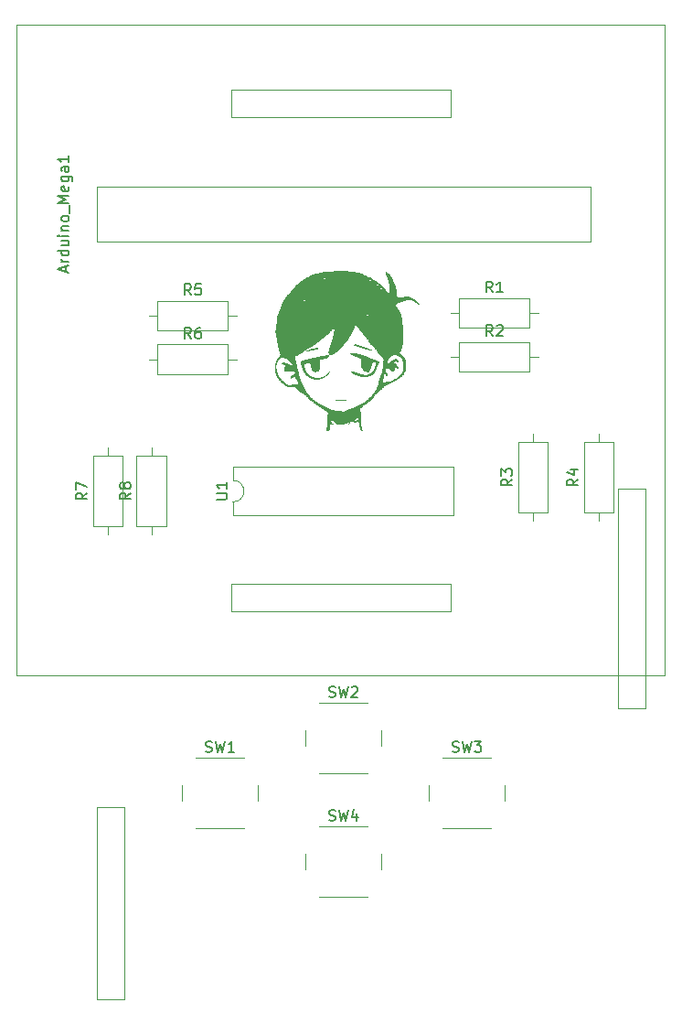
<source format=gbr>
%TF.GenerationSoftware,KiCad,Pcbnew,8.0.2-8.0.2-0~ubuntu22.04.1*%
%TF.CreationDate,2024-05-09T21:23:21-04:00*%
%TF.ProjectId,TEJ Final Project,54454a20-4669-46e6-916c-2050726f6a65,rev?*%
%TF.SameCoordinates,Original*%
%TF.FileFunction,Legend,Top*%
%TF.FilePolarity,Positive*%
%FSLAX46Y46*%
G04 Gerber Fmt 4.6, Leading zero omitted, Abs format (unit mm)*
G04 Created by KiCad (PCBNEW 8.0.2-8.0.2-0~ubuntu22.04.1) date 2024-05-09 21:23:21*
%MOMM*%
%LPD*%
G01*
G04 APERTURE LIST*
%ADD10C,0.150000*%
%ADD11C,0.120000*%
%ADD12C,0.000000*%
G04 APERTURE END LIST*
D10*
X134453333Y-70742819D02*
X134120000Y-70266628D01*
X133881905Y-70742819D02*
X133881905Y-69742819D01*
X133881905Y-69742819D02*
X134262857Y-69742819D01*
X134262857Y-69742819D02*
X134358095Y-69790438D01*
X134358095Y-69790438D02*
X134405714Y-69838057D01*
X134405714Y-69838057D02*
X134453333Y-69933295D01*
X134453333Y-69933295D02*
X134453333Y-70076152D01*
X134453333Y-70076152D02*
X134405714Y-70171390D01*
X134405714Y-70171390D02*
X134358095Y-70219009D01*
X134358095Y-70219009D02*
X134262857Y-70266628D01*
X134262857Y-70266628D02*
X133881905Y-70266628D01*
X135358095Y-69742819D02*
X134881905Y-69742819D01*
X134881905Y-69742819D02*
X134834286Y-70219009D01*
X134834286Y-70219009D02*
X134881905Y-70171390D01*
X134881905Y-70171390D02*
X134977143Y-70123771D01*
X134977143Y-70123771D02*
X135215238Y-70123771D01*
X135215238Y-70123771D02*
X135310476Y-70171390D01*
X135310476Y-70171390D02*
X135358095Y-70219009D01*
X135358095Y-70219009D02*
X135405714Y-70314247D01*
X135405714Y-70314247D02*
X135405714Y-70552342D01*
X135405714Y-70552342D02*
X135358095Y-70647580D01*
X135358095Y-70647580D02*
X135310476Y-70695200D01*
X135310476Y-70695200D02*
X135215238Y-70742819D01*
X135215238Y-70742819D02*
X134977143Y-70742819D01*
X134977143Y-70742819D02*
X134881905Y-70695200D01*
X134881905Y-70695200D02*
X134834286Y-70647580D01*
X147236667Y-119347200D02*
X147379524Y-119394819D01*
X147379524Y-119394819D02*
X147617619Y-119394819D01*
X147617619Y-119394819D02*
X147712857Y-119347200D01*
X147712857Y-119347200D02*
X147760476Y-119299580D01*
X147760476Y-119299580D02*
X147808095Y-119204342D01*
X147808095Y-119204342D02*
X147808095Y-119109104D01*
X147808095Y-119109104D02*
X147760476Y-119013866D01*
X147760476Y-119013866D02*
X147712857Y-118966247D01*
X147712857Y-118966247D02*
X147617619Y-118918628D01*
X147617619Y-118918628D02*
X147427143Y-118871009D01*
X147427143Y-118871009D02*
X147331905Y-118823390D01*
X147331905Y-118823390D02*
X147284286Y-118775771D01*
X147284286Y-118775771D02*
X147236667Y-118680533D01*
X147236667Y-118680533D02*
X147236667Y-118585295D01*
X147236667Y-118585295D02*
X147284286Y-118490057D01*
X147284286Y-118490057D02*
X147331905Y-118442438D01*
X147331905Y-118442438D02*
X147427143Y-118394819D01*
X147427143Y-118394819D02*
X147665238Y-118394819D01*
X147665238Y-118394819D02*
X147808095Y-118442438D01*
X148141429Y-118394819D02*
X148379524Y-119394819D01*
X148379524Y-119394819D02*
X148570000Y-118680533D01*
X148570000Y-118680533D02*
X148760476Y-119394819D01*
X148760476Y-119394819D02*
X148998572Y-118394819D01*
X149808095Y-118728152D02*
X149808095Y-119394819D01*
X149570000Y-118347200D02*
X149331905Y-119061485D01*
X149331905Y-119061485D02*
X149950952Y-119061485D01*
X136804819Y-89661904D02*
X137614342Y-89661904D01*
X137614342Y-89661904D02*
X137709580Y-89614285D01*
X137709580Y-89614285D02*
X137757200Y-89566666D01*
X137757200Y-89566666D02*
X137804819Y-89471428D01*
X137804819Y-89471428D02*
X137804819Y-89280952D01*
X137804819Y-89280952D02*
X137757200Y-89185714D01*
X137757200Y-89185714D02*
X137709580Y-89138095D01*
X137709580Y-89138095D02*
X137614342Y-89090476D01*
X137614342Y-89090476D02*
X136804819Y-89090476D01*
X137804819Y-88090476D02*
X137804819Y-88661904D01*
X137804819Y-88376190D02*
X136804819Y-88376190D01*
X136804819Y-88376190D02*
X136947676Y-88471428D01*
X136947676Y-88471428D02*
X137042914Y-88566666D01*
X137042914Y-88566666D02*
X137090533Y-88661904D01*
X124824819Y-89066666D02*
X124348628Y-89399999D01*
X124824819Y-89638094D02*
X123824819Y-89638094D01*
X123824819Y-89638094D02*
X123824819Y-89257142D01*
X123824819Y-89257142D02*
X123872438Y-89161904D01*
X123872438Y-89161904D02*
X123920057Y-89114285D01*
X123920057Y-89114285D02*
X124015295Y-89066666D01*
X124015295Y-89066666D02*
X124158152Y-89066666D01*
X124158152Y-89066666D02*
X124253390Y-89114285D01*
X124253390Y-89114285D02*
X124301009Y-89161904D01*
X124301009Y-89161904D02*
X124348628Y-89257142D01*
X124348628Y-89257142D02*
X124348628Y-89638094D01*
X123824819Y-88733332D02*
X123824819Y-88066666D01*
X123824819Y-88066666D02*
X124824819Y-88495237D01*
X134453333Y-74792819D02*
X134120000Y-74316628D01*
X133881905Y-74792819D02*
X133881905Y-73792819D01*
X133881905Y-73792819D02*
X134262857Y-73792819D01*
X134262857Y-73792819D02*
X134358095Y-73840438D01*
X134358095Y-73840438D02*
X134405714Y-73888057D01*
X134405714Y-73888057D02*
X134453333Y-73983295D01*
X134453333Y-73983295D02*
X134453333Y-74126152D01*
X134453333Y-74126152D02*
X134405714Y-74221390D01*
X134405714Y-74221390D02*
X134358095Y-74269009D01*
X134358095Y-74269009D02*
X134262857Y-74316628D01*
X134262857Y-74316628D02*
X133881905Y-74316628D01*
X135310476Y-73792819D02*
X135120000Y-73792819D01*
X135120000Y-73792819D02*
X135024762Y-73840438D01*
X135024762Y-73840438D02*
X134977143Y-73888057D01*
X134977143Y-73888057D02*
X134881905Y-74030914D01*
X134881905Y-74030914D02*
X134834286Y-74221390D01*
X134834286Y-74221390D02*
X134834286Y-74602342D01*
X134834286Y-74602342D02*
X134881905Y-74697580D01*
X134881905Y-74697580D02*
X134929524Y-74745200D01*
X134929524Y-74745200D02*
X135024762Y-74792819D01*
X135024762Y-74792819D02*
X135215238Y-74792819D01*
X135215238Y-74792819D02*
X135310476Y-74745200D01*
X135310476Y-74745200D02*
X135358095Y-74697580D01*
X135358095Y-74697580D02*
X135405714Y-74602342D01*
X135405714Y-74602342D02*
X135405714Y-74364247D01*
X135405714Y-74364247D02*
X135358095Y-74269009D01*
X135358095Y-74269009D02*
X135310476Y-74221390D01*
X135310476Y-74221390D02*
X135215238Y-74173771D01*
X135215238Y-74173771D02*
X135024762Y-74173771D01*
X135024762Y-74173771D02*
X134929524Y-74221390D01*
X134929524Y-74221390D02*
X134881905Y-74269009D01*
X134881905Y-74269009D02*
X134834286Y-74364247D01*
X162393333Y-70502819D02*
X162060000Y-70026628D01*
X161821905Y-70502819D02*
X161821905Y-69502819D01*
X161821905Y-69502819D02*
X162202857Y-69502819D01*
X162202857Y-69502819D02*
X162298095Y-69550438D01*
X162298095Y-69550438D02*
X162345714Y-69598057D01*
X162345714Y-69598057D02*
X162393333Y-69693295D01*
X162393333Y-69693295D02*
X162393333Y-69836152D01*
X162393333Y-69836152D02*
X162345714Y-69931390D01*
X162345714Y-69931390D02*
X162298095Y-69979009D01*
X162298095Y-69979009D02*
X162202857Y-70026628D01*
X162202857Y-70026628D02*
X161821905Y-70026628D01*
X163345714Y-70502819D02*
X162774286Y-70502819D01*
X163060000Y-70502819D02*
X163060000Y-69502819D01*
X163060000Y-69502819D02*
X162964762Y-69645676D01*
X162964762Y-69645676D02*
X162869524Y-69740914D01*
X162869524Y-69740914D02*
X162774286Y-69788533D01*
X128874819Y-89066666D02*
X128398628Y-89399999D01*
X128874819Y-89638094D02*
X127874819Y-89638094D01*
X127874819Y-89638094D02*
X127874819Y-89257142D01*
X127874819Y-89257142D02*
X127922438Y-89161904D01*
X127922438Y-89161904D02*
X127970057Y-89114285D01*
X127970057Y-89114285D02*
X128065295Y-89066666D01*
X128065295Y-89066666D02*
X128208152Y-89066666D01*
X128208152Y-89066666D02*
X128303390Y-89114285D01*
X128303390Y-89114285D02*
X128351009Y-89161904D01*
X128351009Y-89161904D02*
X128398628Y-89257142D01*
X128398628Y-89257142D02*
X128398628Y-89638094D01*
X128303390Y-88495237D02*
X128255771Y-88590475D01*
X128255771Y-88590475D02*
X128208152Y-88638094D01*
X128208152Y-88638094D02*
X128112914Y-88685713D01*
X128112914Y-88685713D02*
X128065295Y-88685713D01*
X128065295Y-88685713D02*
X127970057Y-88638094D01*
X127970057Y-88638094D02*
X127922438Y-88590475D01*
X127922438Y-88590475D02*
X127874819Y-88495237D01*
X127874819Y-88495237D02*
X127874819Y-88304761D01*
X127874819Y-88304761D02*
X127922438Y-88209523D01*
X127922438Y-88209523D02*
X127970057Y-88161904D01*
X127970057Y-88161904D02*
X128065295Y-88114285D01*
X128065295Y-88114285D02*
X128112914Y-88114285D01*
X128112914Y-88114285D02*
X128208152Y-88161904D01*
X128208152Y-88161904D02*
X128255771Y-88209523D01*
X128255771Y-88209523D02*
X128303390Y-88304761D01*
X128303390Y-88304761D02*
X128303390Y-88495237D01*
X128303390Y-88495237D02*
X128351009Y-88590475D01*
X128351009Y-88590475D02*
X128398628Y-88638094D01*
X128398628Y-88638094D02*
X128493866Y-88685713D01*
X128493866Y-88685713D02*
X128684342Y-88685713D01*
X128684342Y-88685713D02*
X128779580Y-88638094D01*
X128779580Y-88638094D02*
X128827200Y-88590475D01*
X128827200Y-88590475D02*
X128874819Y-88495237D01*
X128874819Y-88495237D02*
X128874819Y-88304761D01*
X128874819Y-88304761D02*
X128827200Y-88209523D01*
X128827200Y-88209523D02*
X128779580Y-88161904D01*
X128779580Y-88161904D02*
X128684342Y-88114285D01*
X128684342Y-88114285D02*
X128493866Y-88114285D01*
X128493866Y-88114285D02*
X128398628Y-88161904D01*
X128398628Y-88161904D02*
X128351009Y-88209523D01*
X128351009Y-88209523D02*
X128303390Y-88304761D01*
X164194819Y-87796666D02*
X163718628Y-88129999D01*
X164194819Y-88368094D02*
X163194819Y-88368094D01*
X163194819Y-88368094D02*
X163194819Y-87987142D01*
X163194819Y-87987142D02*
X163242438Y-87891904D01*
X163242438Y-87891904D02*
X163290057Y-87844285D01*
X163290057Y-87844285D02*
X163385295Y-87796666D01*
X163385295Y-87796666D02*
X163528152Y-87796666D01*
X163528152Y-87796666D02*
X163623390Y-87844285D01*
X163623390Y-87844285D02*
X163671009Y-87891904D01*
X163671009Y-87891904D02*
X163718628Y-87987142D01*
X163718628Y-87987142D02*
X163718628Y-88368094D01*
X163194819Y-87463332D02*
X163194819Y-86844285D01*
X163194819Y-86844285D02*
X163575771Y-87177618D01*
X163575771Y-87177618D02*
X163575771Y-87034761D01*
X163575771Y-87034761D02*
X163623390Y-86939523D01*
X163623390Y-86939523D02*
X163671009Y-86891904D01*
X163671009Y-86891904D02*
X163766247Y-86844285D01*
X163766247Y-86844285D02*
X164004342Y-86844285D01*
X164004342Y-86844285D02*
X164099580Y-86891904D01*
X164099580Y-86891904D02*
X164147200Y-86939523D01*
X164147200Y-86939523D02*
X164194819Y-87034761D01*
X164194819Y-87034761D02*
X164194819Y-87320475D01*
X164194819Y-87320475D02*
X164147200Y-87415713D01*
X164147200Y-87415713D02*
X164099580Y-87463332D01*
X122851104Y-68603142D02*
X122851104Y-68126952D01*
X123136819Y-68698380D02*
X122136819Y-68365047D01*
X122136819Y-68365047D02*
X123136819Y-68031714D01*
X123136819Y-67698380D02*
X122470152Y-67698380D01*
X122660628Y-67698380D02*
X122565390Y-67650761D01*
X122565390Y-67650761D02*
X122517771Y-67603142D01*
X122517771Y-67603142D02*
X122470152Y-67507904D01*
X122470152Y-67507904D02*
X122470152Y-67412666D01*
X123136819Y-66650761D02*
X122136819Y-66650761D01*
X123089200Y-66650761D02*
X123136819Y-66745999D01*
X123136819Y-66745999D02*
X123136819Y-66936475D01*
X123136819Y-66936475D02*
X123089200Y-67031713D01*
X123089200Y-67031713D02*
X123041580Y-67079332D01*
X123041580Y-67079332D02*
X122946342Y-67126951D01*
X122946342Y-67126951D02*
X122660628Y-67126951D01*
X122660628Y-67126951D02*
X122565390Y-67079332D01*
X122565390Y-67079332D02*
X122517771Y-67031713D01*
X122517771Y-67031713D02*
X122470152Y-66936475D01*
X122470152Y-66936475D02*
X122470152Y-66745999D01*
X122470152Y-66745999D02*
X122517771Y-66650761D01*
X122470152Y-65745999D02*
X123136819Y-65745999D01*
X122470152Y-66174570D02*
X122993961Y-66174570D01*
X122993961Y-66174570D02*
X123089200Y-66126951D01*
X123089200Y-66126951D02*
X123136819Y-66031713D01*
X123136819Y-66031713D02*
X123136819Y-65888856D01*
X123136819Y-65888856D02*
X123089200Y-65793618D01*
X123089200Y-65793618D02*
X123041580Y-65745999D01*
X123136819Y-65269808D02*
X122470152Y-65269808D01*
X122136819Y-65269808D02*
X122184438Y-65317427D01*
X122184438Y-65317427D02*
X122232057Y-65269808D01*
X122232057Y-65269808D02*
X122184438Y-65222189D01*
X122184438Y-65222189D02*
X122136819Y-65269808D01*
X122136819Y-65269808D02*
X122232057Y-65269808D01*
X122470152Y-64793618D02*
X123136819Y-64793618D01*
X122565390Y-64793618D02*
X122517771Y-64745999D01*
X122517771Y-64745999D02*
X122470152Y-64650761D01*
X122470152Y-64650761D02*
X122470152Y-64507904D01*
X122470152Y-64507904D02*
X122517771Y-64412666D01*
X122517771Y-64412666D02*
X122613009Y-64365047D01*
X122613009Y-64365047D02*
X123136819Y-64365047D01*
X123136819Y-63745999D02*
X123089200Y-63841237D01*
X123089200Y-63841237D02*
X123041580Y-63888856D01*
X123041580Y-63888856D02*
X122946342Y-63936475D01*
X122946342Y-63936475D02*
X122660628Y-63936475D01*
X122660628Y-63936475D02*
X122565390Y-63888856D01*
X122565390Y-63888856D02*
X122517771Y-63841237D01*
X122517771Y-63841237D02*
X122470152Y-63745999D01*
X122470152Y-63745999D02*
X122470152Y-63603142D01*
X122470152Y-63603142D02*
X122517771Y-63507904D01*
X122517771Y-63507904D02*
X122565390Y-63460285D01*
X122565390Y-63460285D02*
X122660628Y-63412666D01*
X122660628Y-63412666D02*
X122946342Y-63412666D01*
X122946342Y-63412666D02*
X123041580Y-63460285D01*
X123041580Y-63460285D02*
X123089200Y-63507904D01*
X123089200Y-63507904D02*
X123136819Y-63603142D01*
X123136819Y-63603142D02*
X123136819Y-63745999D01*
X123232057Y-63222190D02*
X123232057Y-62460285D01*
X123136819Y-62222189D02*
X122136819Y-62222189D01*
X122136819Y-62222189D02*
X122851104Y-61888856D01*
X122851104Y-61888856D02*
X122136819Y-61555523D01*
X122136819Y-61555523D02*
X123136819Y-61555523D01*
X123089200Y-60698380D02*
X123136819Y-60793618D01*
X123136819Y-60793618D02*
X123136819Y-60984094D01*
X123136819Y-60984094D02*
X123089200Y-61079332D01*
X123089200Y-61079332D02*
X122993961Y-61126951D01*
X122993961Y-61126951D02*
X122613009Y-61126951D01*
X122613009Y-61126951D02*
X122517771Y-61079332D01*
X122517771Y-61079332D02*
X122470152Y-60984094D01*
X122470152Y-60984094D02*
X122470152Y-60793618D01*
X122470152Y-60793618D02*
X122517771Y-60698380D01*
X122517771Y-60698380D02*
X122613009Y-60650761D01*
X122613009Y-60650761D02*
X122708247Y-60650761D01*
X122708247Y-60650761D02*
X122803485Y-61126951D01*
X122470152Y-59793618D02*
X123279676Y-59793618D01*
X123279676Y-59793618D02*
X123374914Y-59841237D01*
X123374914Y-59841237D02*
X123422533Y-59888856D01*
X123422533Y-59888856D02*
X123470152Y-59984094D01*
X123470152Y-59984094D02*
X123470152Y-60126951D01*
X123470152Y-60126951D02*
X123422533Y-60222189D01*
X123089200Y-59793618D02*
X123136819Y-59888856D01*
X123136819Y-59888856D02*
X123136819Y-60079332D01*
X123136819Y-60079332D02*
X123089200Y-60174570D01*
X123089200Y-60174570D02*
X123041580Y-60222189D01*
X123041580Y-60222189D02*
X122946342Y-60269808D01*
X122946342Y-60269808D02*
X122660628Y-60269808D01*
X122660628Y-60269808D02*
X122565390Y-60222189D01*
X122565390Y-60222189D02*
X122517771Y-60174570D01*
X122517771Y-60174570D02*
X122470152Y-60079332D01*
X122470152Y-60079332D02*
X122470152Y-59888856D01*
X122470152Y-59888856D02*
X122517771Y-59793618D01*
X123136819Y-58888856D02*
X122613009Y-58888856D01*
X122613009Y-58888856D02*
X122517771Y-58936475D01*
X122517771Y-58936475D02*
X122470152Y-59031713D01*
X122470152Y-59031713D02*
X122470152Y-59222189D01*
X122470152Y-59222189D02*
X122517771Y-59317427D01*
X123089200Y-58888856D02*
X123136819Y-58984094D01*
X123136819Y-58984094D02*
X123136819Y-59222189D01*
X123136819Y-59222189D02*
X123089200Y-59317427D01*
X123089200Y-59317427D02*
X122993961Y-59365046D01*
X122993961Y-59365046D02*
X122898723Y-59365046D01*
X122898723Y-59365046D02*
X122803485Y-59317427D01*
X122803485Y-59317427D02*
X122755866Y-59222189D01*
X122755866Y-59222189D02*
X122755866Y-58984094D01*
X122755866Y-58984094D02*
X122708247Y-58888856D01*
X123136819Y-57888856D02*
X123136819Y-58460284D01*
X123136819Y-58174570D02*
X122136819Y-58174570D01*
X122136819Y-58174570D02*
X122279676Y-58269808D01*
X122279676Y-58269808D02*
X122374914Y-58365046D01*
X122374914Y-58365046D02*
X122422533Y-58460284D01*
X147236667Y-107917200D02*
X147379524Y-107964819D01*
X147379524Y-107964819D02*
X147617619Y-107964819D01*
X147617619Y-107964819D02*
X147712857Y-107917200D01*
X147712857Y-107917200D02*
X147760476Y-107869580D01*
X147760476Y-107869580D02*
X147808095Y-107774342D01*
X147808095Y-107774342D02*
X147808095Y-107679104D01*
X147808095Y-107679104D02*
X147760476Y-107583866D01*
X147760476Y-107583866D02*
X147712857Y-107536247D01*
X147712857Y-107536247D02*
X147617619Y-107488628D01*
X147617619Y-107488628D02*
X147427143Y-107441009D01*
X147427143Y-107441009D02*
X147331905Y-107393390D01*
X147331905Y-107393390D02*
X147284286Y-107345771D01*
X147284286Y-107345771D02*
X147236667Y-107250533D01*
X147236667Y-107250533D02*
X147236667Y-107155295D01*
X147236667Y-107155295D02*
X147284286Y-107060057D01*
X147284286Y-107060057D02*
X147331905Y-107012438D01*
X147331905Y-107012438D02*
X147427143Y-106964819D01*
X147427143Y-106964819D02*
X147665238Y-106964819D01*
X147665238Y-106964819D02*
X147808095Y-107012438D01*
X148141429Y-106964819D02*
X148379524Y-107964819D01*
X148379524Y-107964819D02*
X148570000Y-107250533D01*
X148570000Y-107250533D02*
X148760476Y-107964819D01*
X148760476Y-107964819D02*
X148998572Y-106964819D01*
X149331905Y-107060057D02*
X149379524Y-107012438D01*
X149379524Y-107012438D02*
X149474762Y-106964819D01*
X149474762Y-106964819D02*
X149712857Y-106964819D01*
X149712857Y-106964819D02*
X149808095Y-107012438D01*
X149808095Y-107012438D02*
X149855714Y-107060057D01*
X149855714Y-107060057D02*
X149903333Y-107155295D01*
X149903333Y-107155295D02*
X149903333Y-107250533D01*
X149903333Y-107250533D02*
X149855714Y-107393390D01*
X149855714Y-107393390D02*
X149284286Y-107964819D01*
X149284286Y-107964819D02*
X149903333Y-107964819D01*
X158666667Y-112997200D02*
X158809524Y-113044819D01*
X158809524Y-113044819D02*
X159047619Y-113044819D01*
X159047619Y-113044819D02*
X159142857Y-112997200D01*
X159142857Y-112997200D02*
X159190476Y-112949580D01*
X159190476Y-112949580D02*
X159238095Y-112854342D01*
X159238095Y-112854342D02*
X159238095Y-112759104D01*
X159238095Y-112759104D02*
X159190476Y-112663866D01*
X159190476Y-112663866D02*
X159142857Y-112616247D01*
X159142857Y-112616247D02*
X159047619Y-112568628D01*
X159047619Y-112568628D02*
X158857143Y-112521009D01*
X158857143Y-112521009D02*
X158761905Y-112473390D01*
X158761905Y-112473390D02*
X158714286Y-112425771D01*
X158714286Y-112425771D02*
X158666667Y-112330533D01*
X158666667Y-112330533D02*
X158666667Y-112235295D01*
X158666667Y-112235295D02*
X158714286Y-112140057D01*
X158714286Y-112140057D02*
X158761905Y-112092438D01*
X158761905Y-112092438D02*
X158857143Y-112044819D01*
X158857143Y-112044819D02*
X159095238Y-112044819D01*
X159095238Y-112044819D02*
X159238095Y-112092438D01*
X159571429Y-112044819D02*
X159809524Y-113044819D01*
X159809524Y-113044819D02*
X160000000Y-112330533D01*
X160000000Y-112330533D02*
X160190476Y-113044819D01*
X160190476Y-113044819D02*
X160428572Y-112044819D01*
X160714286Y-112044819D02*
X161333333Y-112044819D01*
X161333333Y-112044819D02*
X161000000Y-112425771D01*
X161000000Y-112425771D02*
X161142857Y-112425771D01*
X161142857Y-112425771D02*
X161238095Y-112473390D01*
X161238095Y-112473390D02*
X161285714Y-112521009D01*
X161285714Y-112521009D02*
X161333333Y-112616247D01*
X161333333Y-112616247D02*
X161333333Y-112854342D01*
X161333333Y-112854342D02*
X161285714Y-112949580D01*
X161285714Y-112949580D02*
X161238095Y-112997200D01*
X161238095Y-112997200D02*
X161142857Y-113044819D01*
X161142857Y-113044819D02*
X160857143Y-113044819D01*
X160857143Y-113044819D02*
X160761905Y-112997200D01*
X160761905Y-112997200D02*
X160714286Y-112949580D01*
X135806667Y-112997200D02*
X135949524Y-113044819D01*
X135949524Y-113044819D02*
X136187619Y-113044819D01*
X136187619Y-113044819D02*
X136282857Y-112997200D01*
X136282857Y-112997200D02*
X136330476Y-112949580D01*
X136330476Y-112949580D02*
X136378095Y-112854342D01*
X136378095Y-112854342D02*
X136378095Y-112759104D01*
X136378095Y-112759104D02*
X136330476Y-112663866D01*
X136330476Y-112663866D02*
X136282857Y-112616247D01*
X136282857Y-112616247D02*
X136187619Y-112568628D01*
X136187619Y-112568628D02*
X135997143Y-112521009D01*
X135997143Y-112521009D02*
X135901905Y-112473390D01*
X135901905Y-112473390D02*
X135854286Y-112425771D01*
X135854286Y-112425771D02*
X135806667Y-112330533D01*
X135806667Y-112330533D02*
X135806667Y-112235295D01*
X135806667Y-112235295D02*
X135854286Y-112140057D01*
X135854286Y-112140057D02*
X135901905Y-112092438D01*
X135901905Y-112092438D02*
X135997143Y-112044819D01*
X135997143Y-112044819D02*
X136235238Y-112044819D01*
X136235238Y-112044819D02*
X136378095Y-112092438D01*
X136711429Y-112044819D02*
X136949524Y-113044819D01*
X136949524Y-113044819D02*
X137140000Y-112330533D01*
X137140000Y-112330533D02*
X137330476Y-113044819D01*
X137330476Y-113044819D02*
X137568572Y-112044819D01*
X138473333Y-113044819D02*
X137901905Y-113044819D01*
X138187619Y-113044819D02*
X138187619Y-112044819D01*
X138187619Y-112044819D02*
X138092381Y-112187676D01*
X138092381Y-112187676D02*
X137997143Y-112282914D01*
X137997143Y-112282914D02*
X137901905Y-112330533D01*
X162393333Y-74552819D02*
X162060000Y-74076628D01*
X161821905Y-74552819D02*
X161821905Y-73552819D01*
X161821905Y-73552819D02*
X162202857Y-73552819D01*
X162202857Y-73552819D02*
X162298095Y-73600438D01*
X162298095Y-73600438D02*
X162345714Y-73648057D01*
X162345714Y-73648057D02*
X162393333Y-73743295D01*
X162393333Y-73743295D02*
X162393333Y-73886152D01*
X162393333Y-73886152D02*
X162345714Y-73981390D01*
X162345714Y-73981390D02*
X162298095Y-74029009D01*
X162298095Y-74029009D02*
X162202857Y-74076628D01*
X162202857Y-74076628D02*
X161821905Y-74076628D01*
X162774286Y-73648057D02*
X162821905Y-73600438D01*
X162821905Y-73600438D02*
X162917143Y-73552819D01*
X162917143Y-73552819D02*
X163155238Y-73552819D01*
X163155238Y-73552819D02*
X163250476Y-73600438D01*
X163250476Y-73600438D02*
X163298095Y-73648057D01*
X163298095Y-73648057D02*
X163345714Y-73743295D01*
X163345714Y-73743295D02*
X163345714Y-73838533D01*
X163345714Y-73838533D02*
X163298095Y-73981390D01*
X163298095Y-73981390D02*
X162726667Y-74552819D01*
X162726667Y-74552819D02*
X163345714Y-74552819D01*
X170296819Y-87796666D02*
X169820628Y-88129999D01*
X170296819Y-88368094D02*
X169296819Y-88368094D01*
X169296819Y-88368094D02*
X169296819Y-87987142D01*
X169296819Y-87987142D02*
X169344438Y-87891904D01*
X169344438Y-87891904D02*
X169392057Y-87844285D01*
X169392057Y-87844285D02*
X169487295Y-87796666D01*
X169487295Y-87796666D02*
X169630152Y-87796666D01*
X169630152Y-87796666D02*
X169725390Y-87844285D01*
X169725390Y-87844285D02*
X169773009Y-87891904D01*
X169773009Y-87891904D02*
X169820628Y-87987142D01*
X169820628Y-87987142D02*
X169820628Y-88368094D01*
X169630152Y-86939523D02*
X170296819Y-86939523D01*
X169249200Y-87177618D02*
X169963485Y-87415713D01*
X169963485Y-87415713D02*
X169963485Y-86796666D01*
D11*
%TO.C,R5*%
X130580000Y-72658000D02*
X131350000Y-72658000D01*
X131350000Y-71288000D02*
X131350000Y-74028000D01*
X131350000Y-74028000D02*
X137890000Y-74028000D01*
X137890000Y-71288000D02*
X131350000Y-71288000D01*
X137890000Y-74028000D02*
X137890000Y-71288000D01*
X138660000Y-72658000D02*
X137890000Y-72658000D01*
%TO.C,SW4*%
X145070000Y-122440000D02*
X145070000Y-123940000D01*
X146320000Y-126440000D02*
X150820000Y-126440000D01*
X150820000Y-119940000D02*
X146320000Y-119940000D01*
X152070000Y-123940000D02*
X152070000Y-122440000D01*
%TO.C,U1*%
X138350000Y-86650000D02*
X138350000Y-87900000D01*
X138350000Y-89900000D02*
X138350000Y-91150000D01*
X138350000Y-91150000D02*
X158790000Y-91150000D01*
X158790000Y-86650000D02*
X138350000Y-86650000D01*
X158790000Y-91150000D02*
X158790000Y-86650000D01*
X138350000Y-87900000D02*
G75*
G02*
X138350000Y-89900000I0J-1000000D01*
G01*
%TO.C,R7*%
X125370000Y-85630000D02*
X125370000Y-92170000D01*
X125370000Y-92170000D02*
X128110000Y-92170000D01*
X126740000Y-84860000D02*
X126740000Y-85630000D01*
X126740000Y-92940000D02*
X126740000Y-92170000D01*
X128110000Y-85630000D02*
X125370000Y-85630000D01*
X128110000Y-92170000D02*
X128110000Y-85630000D01*
%TO.C,R6*%
X130580000Y-76708000D02*
X131350000Y-76708000D01*
X131350000Y-75338000D02*
X131350000Y-78078000D01*
X131350000Y-78078000D02*
X137890000Y-78078000D01*
X137890000Y-75338000D02*
X131350000Y-75338000D01*
X137890000Y-78078000D02*
X137890000Y-75338000D01*
X138660000Y-76708000D02*
X137890000Y-76708000D01*
%TO.C,R1*%
X158520000Y-72418000D02*
X159290000Y-72418000D01*
X159290000Y-71048000D02*
X159290000Y-73788000D01*
X159290000Y-73788000D02*
X165830000Y-73788000D01*
X165830000Y-71048000D02*
X159290000Y-71048000D01*
X165830000Y-73788000D02*
X165830000Y-71048000D01*
X166600000Y-72418000D02*
X165830000Y-72418000D01*
%TO.C,LED_Matrix_8x1*%
X118333000Y-105959000D02*
X178353000Y-105959000D01*
X178353000Y-45759000D01*
X118333000Y-45759000D01*
X118333000Y-105959000D01*
X138183000Y-54269000D02*
X158503000Y-54269000D01*
X158503000Y-51729000D01*
X138183000Y-51729000D01*
X138183000Y-54269000D01*
X138183000Y-99989000D02*
X158503000Y-99989000D01*
X158503000Y-97449000D01*
X138183000Y-97449000D01*
X138183000Y-99989000D01*
D12*
G36*
X149504610Y-82670919D02*
G01*
X149507841Y-82680121D01*
X149488825Y-82691447D01*
X149473340Y-82693603D01*
X149451868Y-82687804D01*
X149447172Y-82680121D01*
X149458733Y-82670072D01*
X149481672Y-82666639D01*
X149504610Y-82670919D01*
G37*
G36*
X146204282Y-75672005D02*
G01*
X146235097Y-75677204D01*
X146260193Y-75691540D01*
X146264220Y-75715628D01*
X146247977Y-75743445D01*
X146223790Y-75762634D01*
X146188150Y-75777434D01*
X146137604Y-75790309D01*
X146092341Y-75797322D01*
X146038271Y-75804309D01*
X145977836Y-75814996D01*
X145906802Y-75830336D01*
X145820940Y-75851282D01*
X145716016Y-75878788D01*
X145645261Y-75897984D01*
X145513406Y-75932623D01*
X145394506Y-75960358D01*
X145276317Y-75983887D01*
X145180134Y-76000503D01*
X145145299Y-76001586D01*
X145121656Y-75995204D01*
X145109267Y-75973862D01*
X145108174Y-75951638D01*
X145117844Y-75929026D01*
X145143348Y-75912670D01*
X145173393Y-75902512D01*
X145220643Y-75887302D01*
X145264327Y-75870736D01*
X145274507Y-75866266D01*
X145305982Y-75853522D01*
X145354382Y-75836012D01*
X145410860Y-75816899D01*
X145429550Y-75810846D01*
X145484446Y-75792969D01*
X145531972Y-75776919D01*
X145564402Y-75765326D01*
X145571110Y-75762659D01*
X145664679Y-75729451D01*
X145772694Y-75702240D01*
X145887910Y-75681957D01*
X146003078Y-75669535D01*
X146110951Y-75665906D01*
X146204282Y-75672005D01*
G37*
G36*
X148268839Y-80444199D02*
G01*
X148376676Y-80444996D01*
X148501210Y-80446317D01*
X148601359Y-80447910D01*
X148679705Y-80449904D01*
X148738827Y-80452430D01*
X148781304Y-80455615D01*
X148809716Y-80459590D01*
X148826643Y-80464484D01*
X148832263Y-80467835D01*
X148845288Y-80482571D01*
X148843229Y-80495152D01*
X148823326Y-80507101D01*
X148782821Y-80519941D01*
X148718953Y-80535193D01*
X148704362Y-80538400D01*
X148654547Y-80548147D01*
X148602782Y-80555636D01*
X148544148Y-80561226D01*
X148473726Y-80565277D01*
X148386597Y-80568148D01*
X148277842Y-80570200D01*
X148267501Y-80570348D01*
X148176850Y-80571339D01*
X148093663Y-80571729D01*
X148022266Y-80571540D01*
X147966989Y-80570793D01*
X147932158Y-80569509D01*
X147923711Y-80568663D01*
X147874109Y-80559235D01*
X147845700Y-80550928D01*
X147833066Y-80540498D01*
X147830792Y-80524705D01*
X147831858Y-80513697D01*
X147836126Y-80495188D01*
X147845718Y-80480101D01*
X147863097Y-80468124D01*
X147890726Y-80458948D01*
X147931069Y-80452261D01*
X147986588Y-80447754D01*
X148059748Y-80445115D01*
X148153010Y-80444033D01*
X148268839Y-80444199D01*
G37*
G36*
X149724493Y-75323665D02*
G01*
X149797550Y-75340896D01*
X149829108Y-75352173D01*
X149887354Y-75373076D01*
X149949444Y-75391824D01*
X149986450Y-75400935D01*
X150029960Y-75411489D01*
X150063087Y-75422100D01*
X150074876Y-75427917D01*
X150091197Y-75434976D01*
X150129887Y-75448993D01*
X150187588Y-75468864D01*
X150260939Y-75493483D01*
X150346580Y-75521746D01*
X150441152Y-75552547D01*
X150541294Y-75584783D01*
X150643647Y-75617348D01*
X150744850Y-75649137D01*
X150795367Y-75664828D01*
X150863822Y-75687945D01*
X150937544Y-75715874D01*
X151001683Y-75742959D01*
X151007324Y-75745556D01*
X151054900Y-75766890D01*
X151093674Y-75782818D01*
X151116711Y-75790527D01*
X151119088Y-75790843D01*
X151143922Y-75797790D01*
X151180288Y-75814891D01*
X151217840Y-75836530D01*
X151246236Y-75857093D01*
X151252156Y-75863068D01*
X151258664Y-75883557D01*
X151243164Y-75898719D01*
X151210205Y-75907885D01*
X151164335Y-75910387D01*
X151110105Y-75905555D01*
X151052064Y-75892721D01*
X151051524Y-75892563D01*
X150959062Y-75865545D01*
X150887963Y-75845083D01*
X150833764Y-75829985D01*
X150792003Y-75819056D01*
X150758217Y-75811104D01*
X150727942Y-75804936D01*
X150714475Y-75802461D01*
X150677544Y-75795106D01*
X150637053Y-75785303D01*
X150588696Y-75771780D01*
X150528167Y-75753263D01*
X150451160Y-75728483D01*
X150353369Y-75696167D01*
X150344173Y-75693103D01*
X150244279Y-75658514D01*
X150166364Y-75628531D01*
X150106835Y-75601845D01*
X150054393Y-75578974D01*
X149979855Y-75550772D01*
X149887240Y-75518619D01*
X149780567Y-75483890D01*
X149663858Y-75447963D01*
X149618285Y-75434452D01*
X149563581Y-75414071D01*
X149535327Y-75392410D01*
X149533012Y-75368746D01*
X149554273Y-75343838D01*
X149596102Y-75324932D01*
X149655093Y-75318276D01*
X149724493Y-75323665D01*
G37*
G36*
X147208757Y-76337900D02*
G01*
X147221613Y-76356266D01*
X147223439Y-76360174D01*
X147231293Y-76407591D01*
X147218839Y-76462813D01*
X147188426Y-76519030D01*
X147155291Y-76557702D01*
X147109823Y-76594184D01*
X147058869Y-76616496D01*
X147024551Y-76625094D01*
X146923858Y-76646097D01*
X146842446Y-76662539D01*
X146773281Y-76675745D01*
X146709331Y-76687039D01*
X146643564Y-76697747D01*
X146616990Y-76701883D01*
X146555139Y-76712847D01*
X146500644Y-76725103D01*
X146460754Y-76736882D01*
X146445753Y-76743664D01*
X146426589Y-76763210D01*
X146413026Y-76794964D01*
X146404670Y-76842030D01*
X146401128Y-76907511D01*
X146402006Y-76994513D01*
X146404863Y-77066226D01*
X146405789Y-77232001D01*
X146393727Y-77399729D01*
X146369660Y-77559634D01*
X146344370Y-77668371D01*
X146316579Y-77747987D01*
X146280943Y-77805254D01*
X146232758Y-77844604D01*
X146167318Y-77870469D01*
X146118299Y-77881271D01*
X146003660Y-77891105D01*
X145902260Y-77877523D01*
X145814526Y-77840838D01*
X145740885Y-77781360D01*
X145681765Y-77699401D01*
X145637593Y-77595270D01*
X145617241Y-77516533D01*
X145604371Y-77466001D01*
X145586518Y-77409573D01*
X145578818Y-77388454D01*
X145561123Y-77333297D01*
X145547208Y-77274031D01*
X145543870Y-77253635D01*
X145534348Y-77202550D01*
X145519327Y-77142180D01*
X145507508Y-77102668D01*
X145486613Y-77050375D01*
X145462304Y-77019421D01*
X145429729Y-77008087D01*
X145384034Y-77014656D01*
X145321707Y-77036865D01*
X145269636Y-77056327D01*
X145219665Y-77072229D01*
X145188720Y-77079846D01*
X145144120Y-77091290D01*
X145104230Y-77106660D01*
X145103282Y-77107135D01*
X145068191Y-77120693D01*
X145041332Y-77125556D01*
X145013108Y-77135048D01*
X144992065Y-77151770D01*
X144977638Y-77185774D01*
X144974686Y-77239808D01*
X144981958Y-77310129D01*
X144998204Y-77392995D01*
X145022176Y-77484662D01*
X145052624Y-77581389D01*
X145088297Y-77679432D01*
X145127946Y-77775048D01*
X145170321Y-77864494D01*
X145214174Y-77944028D01*
X145258253Y-78009907D01*
X145291658Y-78049070D01*
X145363475Y-78118993D01*
X145422757Y-78169848D01*
X145472811Y-78204385D01*
X145489263Y-78213382D01*
X145524108Y-78232801D01*
X145550549Y-78250496D01*
X145550887Y-78250769D01*
X145573506Y-78263516D01*
X145613003Y-78280867D01*
X145658743Y-78298301D01*
X145710368Y-78317085D01*
X145757607Y-78335066D01*
X145786822Y-78346919D01*
X145892313Y-78381768D01*
X146020678Y-78405055D01*
X146144093Y-78415411D01*
X146221836Y-78417968D01*
X146282691Y-78416675D01*
X146336559Y-78410771D01*
X146393340Y-78399491D01*
X146413732Y-78394624D01*
X146543815Y-78359764D01*
X146654514Y-78322489D01*
X146752400Y-78279287D01*
X146844043Y-78226643D01*
X146936014Y-78161047D01*
X147034882Y-78078984D01*
X147081089Y-78037817D01*
X147134218Y-77989178D01*
X147180434Y-77945831D01*
X147215879Y-77911471D01*
X147236698Y-77889794D01*
X147240172Y-77885328D01*
X147260607Y-77870147D01*
X147287042Y-77868624D01*
X147305983Y-77881042D01*
X147307271Y-77883916D01*
X147305046Y-77904847D01*
X147292784Y-77939783D01*
X147282082Y-77963074D01*
X147257172Y-77999476D01*
X147214464Y-78047770D01*
X147158146Y-78104243D01*
X147092410Y-78165177D01*
X147021443Y-78226860D01*
X146949435Y-78285574D01*
X146880577Y-78337607D01*
X146819056Y-78379241D01*
X146799641Y-78390895D01*
X146759973Y-78410824D01*
X146701519Y-78436644D01*
X146631061Y-78465689D01*
X146555383Y-78495291D01*
X146481268Y-78522786D01*
X146415500Y-78545504D01*
X146373287Y-78558496D01*
X146297144Y-78573950D01*
X146204863Y-78583828D01*
X146106771Y-78587719D01*
X146013194Y-78585208D01*
X145935123Y-78576009D01*
X145868664Y-78564016D01*
X145794460Y-78551351D01*
X145744130Y-78543214D01*
X145678613Y-78528621D01*
X145611331Y-78503838D01*
X145535976Y-78466147D01*
X145456514Y-78419235D01*
X145430696Y-78404084D01*
X145396546Y-78384994D01*
X145395845Y-78384611D01*
X145360305Y-78362508D01*
X145318029Y-78332611D01*
X145301471Y-78319913D01*
X145261848Y-78289743D01*
X145224499Y-78263120D01*
X145212097Y-78254939D01*
X145179756Y-78230026D01*
X145138863Y-78192047D01*
X145093536Y-78145653D01*
X145047894Y-78095495D01*
X145006055Y-78046224D01*
X144972139Y-78002491D01*
X144950264Y-77968948D01*
X144944199Y-77952413D01*
X144939116Y-77936409D01*
X144925592Y-77901980D01*
X144906218Y-77855306D01*
X144883586Y-77802568D01*
X144860284Y-77749944D01*
X144848462Y-77724026D01*
X144832807Y-77686129D01*
X144823756Y-77656439D01*
X144822862Y-77649505D01*
X144815621Y-77623781D01*
X144804557Y-77603795D01*
X144788772Y-77573579D01*
X144772916Y-77532532D01*
X144769982Y-77523274D01*
X144754282Y-77474587D01*
X144737442Y-77426970D01*
X144735618Y-77422159D01*
X144709402Y-77350770D01*
X144683232Y-77274169D01*
X144658492Y-77197055D01*
X144636568Y-77124126D01*
X144618848Y-77060080D01*
X144606716Y-77009615D01*
X144601560Y-76977429D01*
X144602075Y-76969531D01*
X144626490Y-76930200D01*
X144671939Y-76893569D01*
X144712195Y-76870833D01*
X144746953Y-76851350D01*
X144770472Y-76834936D01*
X144774831Y-76830319D01*
X144791893Y-76820603D01*
X144825432Y-76811197D01*
X144839785Y-76808516D01*
X144874047Y-76801334D01*
X144927406Y-76788245D01*
X144993104Y-76770983D01*
X145064380Y-76751284D01*
X145079019Y-76747116D01*
X145151693Y-76727501D01*
X145221373Y-76710804D01*
X145280904Y-76698603D01*
X145323133Y-76692474D01*
X145328435Y-76692133D01*
X145384125Y-76685269D01*
X145441232Y-76671632D01*
X145456514Y-76666461D01*
X145527813Y-76641789D01*
X145605936Y-76618151D01*
X145681560Y-76598119D01*
X145745362Y-76584268D01*
X145766599Y-76580885D01*
X145838489Y-76568698D01*
X145923895Y-76550205D01*
X146010951Y-76528200D01*
X146087789Y-76505478D01*
X146090166Y-76504698D01*
X146143167Y-76490816D01*
X146208211Y-76478732D01*
X146265431Y-76471656D01*
X146318569Y-76465226D01*
X146363847Y-76456352D01*
X146392134Y-76446857D01*
X146393509Y-76446051D01*
X146420603Y-76434678D01*
X146464220Y-76422043D01*
X146508106Y-76412271D01*
X146565571Y-76401103D01*
X146622761Y-76389725D01*
X146656408Y-76382854D01*
X146692553Y-76377178D01*
X146748507Y-76370591D01*
X146817166Y-76363841D01*
X146891427Y-76357676D01*
X146905824Y-76356615D01*
X146979895Y-76351010D01*
X147049316Y-76345277D01*
X147107139Y-76340020D01*
X147146421Y-76335847D01*
X147151528Y-76335183D01*
X147188559Y-76331972D01*
X147208757Y-76337900D01*
G37*
G36*
X149541546Y-76135584D02*
G01*
X149623876Y-76136132D01*
X149689854Y-76137685D01*
X149745477Y-76141225D01*
X149796742Y-76147736D01*
X149849646Y-76158200D01*
X149910187Y-76173599D01*
X149984360Y-76194916D01*
X150078165Y-76223133D01*
X150080824Y-76223939D01*
X150142625Y-76242473D01*
X150212808Y-76263244D01*
X150262830Y-76277871D01*
X150350237Y-76303494D01*
X150418742Y-76324331D01*
X150475451Y-76342713D01*
X150527469Y-76360970D01*
X150581904Y-76381433D01*
X150599879Y-76388393D01*
X150651396Y-76409603D01*
X150694260Y-76429379D01*
X150721318Y-76444349D01*
X150725550Y-76447651D01*
X150748722Y-76462574D01*
X150759061Y-76464940D01*
X150778901Y-76470420D01*
X150814392Y-76484639D01*
X150849102Y-76500414D01*
X150923026Y-76535283D01*
X150980954Y-76561339D01*
X151030976Y-76581887D01*
X151081182Y-76600235D01*
X151139661Y-76619688D01*
X151145898Y-76621699D01*
X151199786Y-76640068D01*
X151245205Y-76657410D01*
X151274913Y-76670887D01*
X151280718Y-76674515D01*
X151307536Y-76687857D01*
X151345280Y-76698700D01*
X151348127Y-76699253D01*
X151398704Y-76712495D01*
X151463421Y-76736349D01*
X151544814Y-76771882D01*
X151645422Y-76820161D01*
X151696607Y-76845806D01*
X151756133Y-76875223D01*
X151807981Y-76899513D01*
X151846913Y-76916314D01*
X151867690Y-76923264D01*
X151868571Y-76923327D01*
X151886018Y-76934111D01*
X151890246Y-76963016D01*
X151881618Y-77004869D01*
X151860499Y-77054496D01*
X151859190Y-77056960D01*
X151842764Y-77091183D01*
X151833952Y-77116506D01*
X151833478Y-77120335D01*
X151824120Y-77141381D01*
X151814577Y-77151422D01*
X151797181Y-77175930D01*
X151786679Y-77203630D01*
X151775214Y-77239683D01*
X151758014Y-77283497D01*
X151753371Y-77294081D01*
X151722750Y-77362964D01*
X151702279Y-77411597D01*
X151690391Y-77444012D01*
X151685516Y-77464243D01*
X151685176Y-77469404D01*
X151678652Y-77498969D01*
X151660790Y-77546561D01*
X151634153Y-77607099D01*
X151601306Y-77675507D01*
X151564813Y-77746706D01*
X151527237Y-77815618D01*
X151491143Y-77877165D01*
X151459095Y-77926269D01*
X151445035Y-77945008D01*
X151368579Y-78033250D01*
X151290545Y-78111483D01*
X151215949Y-78175010D01*
X151155818Y-78215776D01*
X151066708Y-78257580D01*
X150958522Y-78293859D01*
X150838841Y-78323154D01*
X150715244Y-78344006D01*
X150595312Y-78354956D01*
X150486624Y-78354544D01*
X150451577Y-78351318D01*
X150353263Y-78336971D01*
X150244957Y-78317079D01*
X150133600Y-78293256D01*
X150026132Y-78267118D01*
X149929491Y-78240280D01*
X149850617Y-78214357D01*
X149831408Y-78206980D01*
X149780690Y-78186558D01*
X149720681Y-78162348D01*
X149680353Y-78146053D01*
X149622576Y-78117836D01*
X149561529Y-78080638D01*
X149524645Y-78053684D01*
X149473714Y-78013870D01*
X149417956Y-77972597D01*
X149382814Y-77947955D01*
X149335834Y-77908883D01*
X149313940Y-77874703D01*
X149315924Y-77848377D01*
X149340575Y-77832867D01*
X149386685Y-77831135D01*
X149427390Y-77838748D01*
X149467622Y-77848902D01*
X149522400Y-77862645D01*
X149580102Y-77877063D01*
X149581991Y-77877534D01*
X149634514Y-77891694D01*
X149679474Y-77905718D01*
X149708069Y-77916832D01*
X149710070Y-77917888D01*
X149733957Y-77927380D01*
X149777280Y-77941104D01*
X149833253Y-77957006D01*
X149878594Y-77968908D01*
X149940483Y-77985341D01*
X149995635Y-78001346D01*
X150036875Y-78014766D01*
X150053860Y-78021584D01*
X150087198Y-78034834D01*
X150132896Y-78049080D01*
X150154795Y-78054840D01*
X150196217Y-78066497D01*
X150227140Y-78077947D01*
X150236111Y-78082978D01*
X150261758Y-78094977D01*
X150307800Y-78108080D01*
X150367768Y-78121043D01*
X150435197Y-78132623D01*
X150503618Y-78141579D01*
X150566564Y-78146666D01*
X150567830Y-78146725D01*
X150694551Y-78142520D01*
X150819122Y-78119768D01*
X150933372Y-78080319D01*
X150990958Y-78050945D01*
X151039874Y-78022738D01*
X151086446Y-77996667D01*
X151116513Y-77980519D01*
X151158864Y-77953734D01*
X151202405Y-77915116D01*
X151250936Y-77860799D01*
X151308256Y-77786919D01*
X151312738Y-77780857D01*
X151346579Y-77734091D01*
X151374522Y-77692685D01*
X151400240Y-77650346D01*
X151427405Y-77600781D01*
X151459691Y-77537697D01*
X151488574Y-77479550D01*
X151524381Y-77393691D01*
X151558469Y-77286059D01*
X151589269Y-77161843D01*
X151599706Y-77111771D01*
X151597792Y-77078636D01*
X151575738Y-77053066D01*
X151531325Y-77033549D01*
X151462724Y-77018638D01*
X151410022Y-77009990D01*
X151363705Y-77002146D01*
X151334645Y-76996958D01*
X151299643Y-76997369D01*
X151270587Y-77015040D01*
X151245692Y-77052498D01*
X151223173Y-77112275D01*
X151204988Y-77180740D01*
X151191392Y-77241438D01*
X151180646Y-77295442D01*
X151174147Y-77335383D01*
X151172862Y-77350188D01*
X151167086Y-77390323D01*
X151151048Y-77449211D01*
X151126686Y-77521560D01*
X151095933Y-77602077D01*
X151060728Y-77685468D01*
X151023006Y-77766441D01*
X151014000Y-77784517D01*
X150970226Y-77847286D01*
X150915040Y-77887219D01*
X150850919Y-77902890D01*
X150812251Y-77900573D01*
X150708448Y-77879765D01*
X150624062Y-77852239D01*
X150551700Y-77814152D01*
X150483969Y-77761657D01*
X150417485Y-77695271D01*
X150348116Y-77615958D01*
X150297627Y-77546232D01*
X150263397Y-77479405D01*
X150242810Y-77408787D01*
X150233246Y-77327690D01*
X150232086Y-77229425D01*
X150232244Y-77222088D01*
X150233138Y-77119747D01*
X150231335Y-77019141D01*
X150227150Y-76924208D01*
X150220898Y-76838884D01*
X150212893Y-76767107D01*
X150203452Y-76712814D01*
X150192888Y-76679944D01*
X150188359Y-76673621D01*
X150171199Y-76661304D01*
X150143164Y-76646752D01*
X150100484Y-76628327D01*
X150039386Y-76604387D01*
X149966333Y-76577066D01*
X149929547Y-76562403D01*
X149903270Y-76549997D01*
X149898924Y-76547315D01*
X149880491Y-76538191D01*
X149843830Y-76522881D01*
X149796081Y-76504336D01*
X149784221Y-76499901D01*
X149724267Y-76476714D01*
X149663565Y-76451732D01*
X149615076Y-76430293D01*
X149614349Y-76429950D01*
X149574481Y-76412125D01*
X149544189Y-76400350D01*
X149533150Y-76397531D01*
X149515932Y-76390650D01*
X149484097Y-76372824D01*
X149453555Y-76353714D01*
X149400161Y-76321810D01*
X149340137Y-76290105D01*
X149312302Y-76276969D01*
X149253515Y-76248778D01*
X149219360Y-76225960D01*
X149208728Y-76205859D01*
X149220509Y-76185820D01*
X149253595Y-76163189D01*
X149262650Y-76158130D01*
X149282330Y-76149392D01*
X149307395Y-76143120D01*
X149342223Y-76138961D01*
X149391194Y-76136559D01*
X149458685Y-76135562D01*
X149541546Y-76135584D01*
G37*
G36*
X148658375Y-68525958D02*
G01*
X148697746Y-68528066D01*
X148719231Y-68532016D01*
X148724633Y-68535522D01*
X148743394Y-68543810D01*
X148785633Y-68549313D01*
X148847967Y-68551600D01*
X148851391Y-68551621D01*
X148914024Y-68553533D01*
X148974502Y-68558070D01*
X149021666Y-68564339D01*
X149029231Y-68565880D01*
X149067836Y-68572561D01*
X149124888Y-68579956D01*
X149191924Y-68587054D01*
X149244943Y-68591674D01*
X149312009Y-68597817D01*
X149373744Y-68605082D01*
X149422465Y-68612473D01*
X149447083Y-68617860D01*
X149489796Y-68626383D01*
X149542249Y-68631380D01*
X149563038Y-68631926D01*
X149612070Y-68634572D01*
X149656447Y-68641261D01*
X149670983Y-68645146D01*
X149704487Y-68653725D01*
X149753738Y-68663191D01*
X149804444Y-68670977D01*
X149868222Y-68680939D01*
X149935781Y-68693694D01*
X149979709Y-68703451D01*
X150030179Y-68715674D01*
X150095650Y-68731297D01*
X150164855Y-68747635D01*
X150191295Y-68753826D01*
X150262622Y-68772360D01*
X150313203Y-68790487D01*
X150349107Y-68810627D01*
X150364022Y-68822727D01*
X150392999Y-68846617D01*
X150414764Y-68860048D01*
X150418959Y-68861119D01*
X150436929Y-68867067D01*
X150470564Y-68882519D01*
X150505086Y-68900192D01*
X150557268Y-68926410D01*
X150611296Y-68951070D01*
X150638990Y-68962440D01*
X150680557Y-68981745D01*
X150714050Y-69003178D01*
X150722646Y-69011000D01*
X150744483Y-69030366D01*
X150757751Y-69036384D01*
X150776497Y-69041515D01*
X150809729Y-69054468D01*
X150826441Y-69061728D01*
X150873973Y-69078285D01*
X150931121Y-69091836D01*
X150959155Y-69096232D01*
X151018965Y-69108763D01*
X151056212Y-69128737D01*
X151058989Y-69131557D01*
X151089650Y-69151890D01*
X151115586Y-69157722D01*
X151146460Y-69168520D01*
X151192047Y-69200424D01*
X151238205Y-69240489D01*
X151286190Y-69281680D01*
X151334822Y-69318346D01*
X151375544Y-69344170D01*
X151385024Y-69348897D01*
X151422540Y-69369630D01*
X151449687Y-69391615D01*
X151455325Y-69399167D01*
X151477447Y-69419541D01*
X151508626Y-69431823D01*
X151539210Y-69443922D01*
X151581624Y-69468131D01*
X151626953Y-69499332D01*
X151629175Y-69501013D01*
X151671665Y-69530854D01*
X151708875Y-69552632D01*
X151733416Y-69562077D01*
X151735029Y-69562180D01*
X151757301Y-69571374D01*
X151789825Y-69595304D01*
X151820559Y-69623858D01*
X151862013Y-69663095D01*
X151907684Y-69701184D01*
X151951616Y-69733710D01*
X151987855Y-69756254D01*
X152010056Y-69764410D01*
X152024843Y-69773675D01*
X152054437Y-69799069D01*
X152095271Y-69836987D01*
X152143776Y-69883828D01*
X152196383Y-69935988D01*
X152249523Y-69989862D01*
X152299628Y-70041849D01*
X152343129Y-70088345D01*
X152376456Y-70125746D01*
X152396042Y-70150450D01*
X152399720Y-70157843D01*
X152409034Y-70181610D01*
X152426684Y-70202573D01*
X152446837Y-70225500D01*
X152453647Y-70240869D01*
X152462123Y-70259706D01*
X152482487Y-70285461D01*
X152508278Y-70316093D01*
X152532678Y-70353306D01*
X152560462Y-70404737D01*
X152573970Y-70431766D01*
X152596268Y-70466071D01*
X152630033Y-70505622D01*
X152670057Y-70545710D01*
X152711135Y-70581626D01*
X152748060Y-70608660D01*
X152775625Y-70622102D01*
X152784468Y-70622183D01*
X152800084Y-70604227D01*
X152804267Y-70583861D01*
X152811717Y-70551694D01*
X152829697Y-70515178D01*
X152831340Y-70512658D01*
X152839747Y-70498517D01*
X152846189Y-70482129D01*
X152850913Y-70459960D01*
X152854166Y-70428478D01*
X152856194Y-70384150D01*
X152857244Y-70323441D01*
X152857563Y-70242819D01*
X152857399Y-70139314D01*
X152856992Y-70035528D01*
X152856242Y-69955233D01*
X152854883Y-69894956D01*
X152852650Y-69851225D01*
X152849275Y-69820568D01*
X152844493Y-69799510D01*
X152838036Y-69784580D01*
X152829640Y-69772305D01*
X152829219Y-69771767D01*
X152809942Y-69733617D01*
X152796837Y-69674415D01*
X152792398Y-69636962D01*
X152782619Y-69569998D01*
X152768522Y-69524984D01*
X152759800Y-69511355D01*
X152741562Y-69478495D01*
X152736718Y-69453263D01*
X152730792Y-69424493D01*
X152715394Y-69381854D01*
X152696323Y-69339728D01*
X152675410Y-69293288D01*
X152660810Y-69252254D01*
X152655927Y-69227787D01*
X152648470Y-69197471D01*
X152629886Y-69159312D01*
X152622172Y-69147136D01*
X152600837Y-69106318D01*
X152589194Y-69065724D01*
X152588467Y-69056097D01*
X152580213Y-69017625D01*
X152559683Y-68976076D01*
X152554762Y-68968974D01*
X152533010Y-68930374D01*
X152521570Y-68892286D01*
X152521057Y-68884926D01*
X152514848Y-68848333D01*
X152499407Y-68804878D01*
X152494093Y-68793709D01*
X152477223Y-68747300D01*
X152468640Y-68695829D01*
X152468869Y-68648399D01*
X152478441Y-68614115D01*
X152483308Y-68607658D01*
X152514810Y-68592436D01*
X152548357Y-68600646D01*
X152563223Y-68613791D01*
X152585438Y-68634909D01*
X152623922Y-68666216D01*
X152672431Y-68703056D01*
X152724724Y-68740771D01*
X152774559Y-68774707D01*
X152803526Y-68793049D01*
X152835786Y-68815668D01*
X152855375Y-68835358D01*
X152858106Y-68841955D01*
X152867520Y-68862847D01*
X152879697Y-68875736D01*
X152898329Y-68896378D01*
X152923480Y-68930492D01*
X152950290Y-68970593D01*
X152973898Y-69009201D01*
X152989442Y-69038832D01*
X152992926Y-69050024D01*
X153002174Y-69066588D01*
X153025192Y-69091619D01*
X153033371Y-69099177D01*
X153059126Y-69125852D01*
X153073027Y-69147507D01*
X153073817Y-69151391D01*
X153081498Y-69172967D01*
X153098718Y-69199720D01*
X153117597Y-69234998D01*
X153130921Y-69278870D01*
X153131889Y-69284363D01*
X153144494Y-69326966D01*
X153164540Y-69362534D01*
X153167657Y-69366124D01*
X153188183Y-69400765D01*
X153195155Y-69433425D01*
X153207073Y-69474966D01*
X153228860Y-69502692D01*
X153252346Y-69533759D01*
X153262551Y-69565688D01*
X153262565Y-69566627D01*
X153270417Y-69599011D01*
X153282691Y-69616028D01*
X153298781Y-69639138D01*
X153314180Y-69676238D01*
X153317790Y-69688335D01*
X153334356Y-69734323D01*
X153355911Y-69776099D01*
X153359911Y-69782067D01*
X153377162Y-69817914D01*
X153391161Y-69867511D01*
X153396225Y-69897920D01*
X153409849Y-69962066D01*
X153432342Y-70009729D01*
X153435092Y-70013407D01*
X153454285Y-70046356D01*
X153463215Y-70087989D01*
X153464794Y-70128272D01*
X153467127Y-70177584D01*
X153476207Y-70210680D01*
X153495152Y-70238060D01*
X153498499Y-70241745D01*
X153532204Y-70278113D01*
X153532204Y-70584981D01*
X153532204Y-70891849D01*
X153570941Y-70928962D01*
X153589479Y-70945362D01*
X153608147Y-70956150D01*
X153633007Y-70962606D01*
X153670118Y-70966010D01*
X153725542Y-70967641D01*
X153756318Y-70968114D01*
X153838284Y-70967962D01*
X153921555Y-70965541D01*
X154001490Y-70961232D01*
X154073449Y-70955417D01*
X154132794Y-70948478D01*
X154174884Y-70940795D01*
X154195081Y-70932750D01*
X154195680Y-70931999D01*
X154213367Y-70925612D01*
X154256702Y-70920251D01*
X154324385Y-70916023D01*
X154415115Y-70913032D01*
X154434927Y-70912611D01*
X154519629Y-70911170D01*
X154581962Y-70910932D01*
X154626511Y-70912290D01*
X154657858Y-70915637D01*
X154680587Y-70921367D01*
X154699281Y-70929871D01*
X154710037Y-70936204D01*
X154753057Y-70955160D01*
X154797823Y-70964182D01*
X154802380Y-70964303D01*
X154848774Y-70973576D01*
X154872967Y-70990503D01*
X154904253Y-71013245D01*
X154935160Y-71025155D01*
X154968909Y-71040758D01*
X155004160Y-71068793D01*
X155011416Y-71076477D01*
X155062360Y-71127982D01*
X155109140Y-71163323D01*
X155147431Y-71179378D01*
X155154753Y-71180015D01*
X155184712Y-71189242D01*
X155210233Y-71207763D01*
X155267890Y-71262736D01*
X155325930Y-71312282D01*
X155377650Y-71350915D01*
X155406775Y-71368666D01*
X155439102Y-71390624D01*
X155480824Y-71425998D01*
X155523755Y-71467760D01*
X155530399Y-71474790D01*
X155574325Y-71526730D01*
X155596394Y-71566269D01*
X155597125Y-71596055D01*
X155577034Y-71618732D01*
X155560353Y-71627775D01*
X155541636Y-71632877D01*
X155520890Y-71628466D01*
X155492051Y-71611926D01*
X155449053Y-71580643D01*
X155446449Y-71578665D01*
X155401781Y-71546291D01*
X155361153Y-71519602D01*
X155332625Y-71503859D01*
X155330494Y-71502992D01*
X155303259Y-71487261D01*
X155265957Y-71459121D01*
X155233928Y-71431254D01*
X155193376Y-71398236D01*
X155153200Y-71373070D01*
X155127843Y-71362888D01*
X155089968Y-71348348D01*
X155062405Y-71328316D01*
X155031655Y-71306121D01*
X155001270Y-71294509D01*
X154967678Y-71281956D01*
X154947386Y-71267138D01*
X154924119Y-71252357D01*
X154887847Y-71241118D01*
X154882415Y-71240138D01*
X154835068Y-71228919D01*
X154786766Y-71212515D01*
X154783771Y-71211273D01*
X154749051Y-71198807D01*
X154723632Y-71199114D01*
X154692801Y-71212701D01*
X154689397Y-71214518D01*
X154656346Y-71227475D01*
X154611852Y-71235362D01*
X154549580Y-71239099D01*
X154516079Y-71239656D01*
X154453591Y-71240939D01*
X154411236Y-71244443D01*
X154382202Y-71251449D01*
X154359673Y-71263237D01*
X154349107Y-71271018D01*
X154312745Y-71291746D01*
X154266797Y-71300499D01*
X154239151Y-71301352D01*
X154191659Y-71304833D01*
X154157869Y-71314050D01*
X154149688Y-71319446D01*
X154100840Y-71352865D01*
X154038936Y-71366007D01*
X154019610Y-71366356D01*
X153975204Y-71370583D01*
X153943201Y-71388197D01*
X153930218Y-71400873D01*
X153899473Y-71424944D01*
X153868617Y-71436081D01*
X153866285Y-71436172D01*
X153835522Y-71443609D01*
X153797524Y-71462119D01*
X153787227Y-71468679D01*
X153742660Y-71491361D01*
X153690326Y-71507976D01*
X153675898Y-71510707D01*
X153630204Y-71522409D01*
X153599532Y-71539832D01*
X153595296Y-71544658D01*
X153569975Y-71565664D01*
X153538342Y-71578784D01*
X153502934Y-71593244D01*
X153461742Y-71617927D01*
X153447942Y-71628055D01*
X153417839Y-71654219D01*
X153400813Y-71678450D01*
X153397951Y-71704552D01*
X153410344Y-71736327D01*
X153439080Y-71777580D01*
X153485249Y-71832114D01*
X153516292Y-71866744D01*
X153543953Y-71897321D01*
X153566743Y-71922536D01*
X153566849Y-71922653D01*
X153582879Y-71950358D01*
X153586132Y-71966327D01*
X153594736Y-71986826D01*
X153617381Y-72019802D01*
X153649313Y-72058396D01*
X153651970Y-72061348D01*
X153687795Y-72105317D01*
X153717501Y-72149656D01*
X153734121Y-72183474D01*
X153753159Y-72225870D01*
X153777488Y-72262394D01*
X153779508Y-72264674D01*
X153815481Y-72305682D01*
X153838981Y-72338771D01*
X153856816Y-72374871D01*
X153870883Y-72411352D01*
X153887249Y-72450705D01*
X153902316Y-72477955D01*
X153909761Y-72485517D01*
X153916548Y-72500233D01*
X153921374Y-72534444D01*
X153923180Y-72579998D01*
X153926373Y-72642271D01*
X153937874Y-72691263D01*
X153956885Y-72733300D01*
X153975842Y-72774877D01*
X153986231Y-72816773D01*
X153990261Y-72869859D01*
X153990590Y-72899061D01*
X153991991Y-72956142D01*
X153997556Y-72995576D01*
X154009335Y-73026599D01*
X154024295Y-73051110D01*
X154036876Y-73070790D01*
X154045862Y-73090117D01*
X154051857Y-73113890D01*
X154055463Y-73146909D01*
X154057286Y-73193972D01*
X154057929Y-73259881D01*
X154058000Y-73319000D01*
X154058125Y-73400333D01*
X154058922Y-73459336D01*
X154061026Y-73500639D01*
X154065071Y-73528874D01*
X154071693Y-73548674D01*
X154081525Y-73564672D01*
X154093714Y-73579731D01*
X154129428Y-73622175D01*
X154135350Y-74204306D01*
X154136740Y-74363974D01*
X154137297Y-74499484D01*
X154136874Y-74613635D01*
X154135325Y-74709225D01*
X154132503Y-74789052D01*
X154128260Y-74855913D01*
X154122450Y-74912607D01*
X154114926Y-74961932D01*
X154105540Y-75006685D01*
X154094147Y-75049664D01*
X154090259Y-75062817D01*
X154078205Y-75119142D01*
X154069508Y-75193388D01*
X154065208Y-75276613D01*
X154065170Y-75278528D01*
X154063097Y-75345765D01*
X154058987Y-75393740D01*
X154051415Y-75430152D01*
X154038958Y-75462696D01*
X154026518Y-75487391D01*
X154001650Y-75545281D01*
X153991230Y-75604725D01*
X153990169Y-75635693D01*
X153985750Y-75696591D01*
X153971235Y-75743877D01*
X153958009Y-75768331D01*
X153939833Y-75805869D01*
X153932393Y-75838045D01*
X153933110Y-75846125D01*
X153929841Y-75874604D01*
X153911859Y-75912677D01*
X153905453Y-75922565D01*
X153881764Y-75962312D01*
X153864866Y-75999958D01*
X153862151Y-76008932D01*
X153845788Y-76045539D01*
X153827594Y-76068320D01*
X153808777Y-76092272D01*
X153801655Y-76114940D01*
X153808540Y-76127404D01*
X153812137Y-76127892D01*
X153824612Y-76136932D01*
X153852401Y-76161723D01*
X153891954Y-76198767D01*
X153939723Y-76244567D01*
X153992158Y-76295626D01*
X154045709Y-76348447D01*
X154096826Y-76399533D01*
X154141961Y-76445386D01*
X154177564Y-76482509D01*
X154200085Y-76507406D01*
X154206301Y-76516239D01*
X154216346Y-76530205D01*
X154231366Y-76541517D01*
X154251733Y-76565372D01*
X154264952Y-76599781D01*
X154280129Y-76642553D01*
X154300557Y-76676822D01*
X154320014Y-76711879D01*
X154327639Y-76744963D01*
X154337565Y-76777971D01*
X154361965Y-76810484D01*
X154362414Y-76810903D01*
X154397189Y-76843131D01*
X154391125Y-77172791D01*
X154388997Y-77277623D01*
X154386752Y-77358963D01*
X154384102Y-77420281D01*
X154380759Y-77465048D01*
X154376436Y-77496736D01*
X154370843Y-77518814D01*
X154363692Y-77534754D01*
X154360676Y-77539668D01*
X154343633Y-77582033D01*
X154332905Y-77648255D01*
X154330119Y-77684899D01*
X154325814Y-77741513D01*
X154319384Y-77778489D01*
X154308750Y-77803151D01*
X154291835Y-77822825D01*
X154290688Y-77823902D01*
X154266812Y-77856173D01*
X154264107Y-77880434D01*
X154259715Y-77909809D01*
X154245168Y-77929161D01*
X154224711Y-77957067D01*
X154206498Y-77996785D01*
X154203449Y-78006088D01*
X154186911Y-78037106D01*
X154153559Y-78081720D01*
X154107163Y-78136105D01*
X154051494Y-78196438D01*
X153990320Y-78258896D01*
X153927411Y-78319657D01*
X153866537Y-78374896D01*
X153811468Y-78420790D01*
X153765973Y-78453517D01*
X153756887Y-78458993D01*
X153714201Y-78484571D01*
X153679481Y-78507445D01*
X153662185Y-78520961D01*
X153637993Y-78538865D01*
X153602865Y-78558612D01*
X153598208Y-78560868D01*
X153537934Y-78590923D01*
X153498179Y-78614795D01*
X153474175Y-78635651D01*
X153464428Y-78649700D01*
X153440672Y-78670896D01*
X153420133Y-78675981D01*
X153378808Y-78687287D01*
X153330204Y-78719033D01*
X153300459Y-78745942D01*
X153274004Y-78764790D01*
X153255278Y-78770354D01*
X153228770Y-78778999D01*
X153188499Y-78802530D01*
X153140329Y-78837342D01*
X153121004Y-78852919D01*
X153088847Y-78871268D01*
X153048307Y-78884757D01*
X153046853Y-78885066D01*
X153007419Y-78898945D01*
X152976582Y-78919171D01*
X152975548Y-78920226D01*
X152947608Y-78939838D01*
X152926025Y-78945620D01*
X152899470Y-78953940D01*
X152866630Y-78974446D01*
X152860565Y-78979325D01*
X152807417Y-79008162D01*
X152772100Y-79013030D01*
X152721938Y-79022800D01*
X152663954Y-79049865D01*
X152657959Y-79053475D01*
X152618379Y-79075737D01*
X152585744Y-79090427D01*
X152571774Y-79093921D01*
X152546677Y-79103516D01*
X152533846Y-79114979D01*
X152513826Y-79133111D01*
X152478924Y-79159542D01*
X152441192Y-79185532D01*
X152399479Y-79213111D01*
X152364901Y-79236179D01*
X152346406Y-79248737D01*
X152330268Y-79262750D01*
X152298999Y-79292127D01*
X152256500Y-79333127D01*
X152206669Y-79382009D01*
X152182997Y-79405477D01*
X152124044Y-79462196D01*
X152072211Y-79508360D01*
X152031025Y-79541007D01*
X152004011Y-79557175D01*
X152001440Y-79557985D01*
X151962343Y-79573513D01*
X151928915Y-79593770D01*
X151911013Y-79609449D01*
X151878653Y-79639794D01*
X151835376Y-79681312D01*
X151784726Y-79730513D01*
X151730242Y-79783904D01*
X151675467Y-79837994D01*
X151623943Y-79889292D01*
X151579211Y-79934305D01*
X151544812Y-79969543D01*
X151524290Y-79991514D01*
X151520175Y-79996727D01*
X151477591Y-80071677D01*
X151423144Y-80150652D01*
X151365909Y-80220689D01*
X151355660Y-80231715D01*
X151314643Y-80277625D01*
X151276520Y-80325177D01*
X151249388Y-80364258D01*
X151248912Y-80365053D01*
X151212641Y-80419129D01*
X151170165Y-80472012D01*
X151126579Y-80518295D01*
X151086980Y-80552573D01*
X151056465Y-80569441D01*
X151056128Y-80569527D01*
X151030134Y-80581965D01*
X150990465Y-80607797D01*
X150943665Y-80642576D01*
X150917640Y-80663589D01*
X150870153Y-80701411D01*
X150826832Y-80732916D01*
X150794018Y-80753629D01*
X150782774Y-80758790D01*
X150756378Y-80773402D01*
X150719871Y-80801386D01*
X150684652Y-80833360D01*
X150633324Y-80877013D01*
X150587962Y-80902248D01*
X150574388Y-80906078D01*
X150536182Y-80919216D01*
X150507264Y-80939006D01*
X150507182Y-80939096D01*
X150483289Y-80958383D01*
X150444488Y-80982854D01*
X150410469Y-81001355D01*
X150340174Y-81047946D01*
X150268502Y-81116111D01*
X150259165Y-81126553D01*
X150202741Y-81199822D01*
X150169195Y-81267000D01*
X150156793Y-81333010D01*
X150163060Y-81399335D01*
X150165796Y-81425366D01*
X150168469Y-81475278D01*
X150171005Y-81545989D01*
X150173331Y-81634416D01*
X150175374Y-81737475D01*
X150177058Y-81852085D01*
X150178311Y-81975162D01*
X150178868Y-82059951D01*
X150181938Y-82659898D01*
X150214963Y-82706203D01*
X150230038Y-82730422D01*
X150240377Y-82757189D01*
X150247306Y-82792894D01*
X150252151Y-82843929D01*
X150255497Y-82901691D01*
X150261229Y-82982486D01*
X150269326Y-83039531D01*
X150280298Y-83075974D01*
X150284999Y-83084579D01*
X150301981Y-83120694D01*
X150315009Y-83165422D01*
X150316300Y-83172212D01*
X150330356Y-83216692D01*
X150352697Y-83255452D01*
X150356430Y-83259845D01*
X150380397Y-83292649D01*
X150394559Y-83323884D01*
X150396844Y-83340846D01*
X150389382Y-83349919D01*
X150366399Y-83353558D01*
X150323215Y-83354219D01*
X150276503Y-83352648D01*
X150247505Y-83345901D01*
X150227053Y-83330920D01*
X150216616Y-83318688D01*
X150193747Y-83281169D01*
X150174722Y-83236321D01*
X150173010Y-83230895D01*
X150158639Y-83193654D01*
X150142722Y-83167102D01*
X150139310Y-83163660D01*
X150124805Y-83138991D01*
X150121270Y-83117668D01*
X150112816Y-83087567D01*
X150091888Y-83052185D01*
X150085840Y-83044543D01*
X150066321Y-83017843D01*
X150055913Y-82990526D01*
X150052201Y-82953061D01*
X150052363Y-82912401D01*
X150050834Y-82833720D01*
X150043764Y-82751600D01*
X150032271Y-82673608D01*
X150017474Y-82607307D01*
X150000492Y-82560261D01*
X150000204Y-82559698D01*
X149969739Y-82518942D01*
X149928837Y-82487522D01*
X149885690Y-82470347D01*
X149852164Y-82470981D01*
X149823221Y-82485723D01*
X149788162Y-82510625D01*
X149779964Y-82517465D01*
X149744644Y-82541832D01*
X149699293Y-82564768D01*
X149650659Y-82583946D01*
X149605490Y-82597039D01*
X149570534Y-82601721D01*
X149552652Y-82595847D01*
X149542552Y-82569439D01*
X149541752Y-82562246D01*
X149536560Y-82540176D01*
X149523801Y-82505010D01*
X149518142Y-82491466D01*
X149498417Y-82456367D01*
X149474221Y-82439746D01*
X149439889Y-82440432D01*
X149389755Y-82457252D01*
X149377509Y-82462374D01*
X149327807Y-82480547D01*
X149276779Y-82494773D01*
X149265166Y-82497171D01*
X149222569Y-82510264D01*
X149187196Y-82529781D01*
X149182726Y-82533549D01*
X149154214Y-82560059D01*
X149212993Y-82620539D01*
X149242875Y-82652389D01*
X149255699Y-82672713D01*
X149249106Y-82684815D01*
X149220738Y-82691998D01*
X149168238Y-82697564D01*
X149157310Y-82698536D01*
X149105967Y-82705615D01*
X149074645Y-82717174D01*
X149057921Y-82733359D01*
X149032819Y-82753597D01*
X149000244Y-82761429D01*
X148973100Y-82754071D01*
X148970927Y-82752142D01*
X148970044Y-82736290D01*
X148984896Y-82718267D01*
X149006890Y-82707530D01*
X149011869Y-82707085D01*
X149038440Y-82695392D01*
X149063307Y-82666522D01*
X149079724Y-82629782D01*
X149082711Y-82609341D01*
X149079034Y-82583502D01*
X149064691Y-82573957D01*
X149035948Y-82580485D01*
X148989073Y-82602868D01*
X148987423Y-82603742D01*
X148939407Y-82623049D01*
X148880829Y-82638315D01*
X148846110Y-82643745D01*
X148789624Y-82650531D01*
X148753409Y-82658687D01*
X148730833Y-82671386D01*
X148715263Y-82691799D01*
X148705664Y-82710906D01*
X148689262Y-82738656D01*
X148667498Y-82752454D01*
X148630135Y-82758361D01*
X148624773Y-82758779D01*
X148574316Y-82758104D01*
X148516689Y-82751199D01*
X148492844Y-82746399D01*
X148446583Y-82737355D01*
X148414174Y-82737498D01*
X148383996Y-82747169D01*
X148378247Y-82749788D01*
X148343287Y-82758731D01*
X148288174Y-82764259D01*
X148219520Y-82766254D01*
X148143935Y-82764598D01*
X148068027Y-82759174D01*
X148038308Y-82755828D01*
X148003566Y-82751605D01*
X147980958Y-82749120D01*
X147969247Y-82735706D01*
X147967476Y-82705180D01*
X147967489Y-82678744D01*
X147957539Y-82663644D01*
X147930971Y-82653181D01*
X147910537Y-82647882D01*
X147859285Y-82627589D01*
X147834891Y-82602094D01*
X147797617Y-82548560D01*
X147747870Y-82505661D01*
X147720150Y-82490822D01*
X147692924Y-82476471D01*
X147681054Y-82464127D01*
X147681036Y-82463788D01*
X147669275Y-82454178D01*
X147639188Y-82441434D01*
X147615274Y-82433678D01*
X147563252Y-82412485D01*
X147538647Y-82398269D01*
X148292526Y-82398269D01*
X148299137Y-82410365D01*
X148327710Y-82419968D01*
X148358504Y-82422899D01*
X148388300Y-82417359D01*
X148395580Y-82403741D01*
X148385159Y-82388665D01*
X148352094Y-82383535D01*
X148349188Y-82383518D01*
X148308876Y-82387910D01*
X148292526Y-82398269D01*
X147538647Y-82398269D01*
X147510815Y-82382188D01*
X147494622Y-82370290D01*
X147450687Y-82341422D01*
X147419613Y-82335383D01*
X147402037Y-82352111D01*
X147398099Y-82379724D01*
X147404492Y-82438035D01*
X147424650Y-82477210D01*
X147453556Y-82499001D01*
X147480380Y-82517582D01*
X147492256Y-82535128D01*
X147492289Y-82535835D01*
X147502320Y-82562893D01*
X147527214Y-82596008D01*
X147559166Y-82627190D01*
X147590375Y-82648447D01*
X147606832Y-82653157D01*
X147638418Y-82661623D01*
X147673246Y-82682281D01*
X147676631Y-82685013D01*
X147727775Y-82712382D01*
X147795633Y-82727872D01*
X147876524Y-82738875D01*
X147782151Y-82750795D01*
X147676594Y-82758660D01*
X147591833Y-82752236D01*
X147525327Y-82730746D01*
X147474541Y-82693414D01*
X147440602Y-82646416D01*
X147418508Y-82605970D01*
X147414057Y-82643045D01*
X147407550Y-82669968D01*
X147399184Y-82680121D01*
X147384151Y-82692276D01*
X147370469Y-82723491D01*
X147360728Y-82765889D01*
X147357469Y-82807016D01*
X147347273Y-82868704D01*
X147328014Y-82902678D01*
X147314255Y-82923401D01*
X147305454Y-82947624D01*
X147300485Y-82981785D01*
X147298225Y-83032325D01*
X147297679Y-83076391D01*
X147296537Y-83141143D01*
X147293325Y-83185639D01*
X147286876Y-83216573D01*
X147276020Y-83240639D01*
X147266466Y-83255185D01*
X147246413Y-83290396D01*
X147236393Y-83321898D01*
X147236132Y-83325965D01*
X147234542Y-83338808D01*
X147226507Y-83347028D01*
X147207127Y-83351651D01*
X147171504Y-83353703D01*
X147114739Y-83354212D01*
X147101312Y-83354219D01*
X147039987Y-83353865D01*
X147000733Y-83352137D01*
X146978662Y-83348039D01*
X146968885Y-83340573D01*
X146966512Y-83328741D01*
X146966492Y-83326709D01*
X146974271Y-83297774D01*
X146993322Y-83263071D01*
X146996564Y-83258524D01*
X147009007Y-83238922D01*
X147017991Y-83215770D01*
X147024407Y-83183841D01*
X147029147Y-83137908D01*
X147033103Y-83072744D01*
X147034978Y-83033248D01*
X147039066Y-82955288D01*
X147043762Y-82898672D01*
X147049982Y-82857781D01*
X147058642Y-82826997D01*
X147070658Y-82800701D01*
X147073827Y-82794988D01*
X147082018Y-82779830D01*
X147088623Y-82764204D01*
X147093840Y-82745129D01*
X147097867Y-82719623D01*
X147100901Y-82684705D01*
X147103142Y-82637393D01*
X147104786Y-82574706D01*
X147106031Y-82493663D01*
X147107076Y-82391282D01*
X147107578Y-82330601D01*
X149649401Y-82330601D01*
X149659297Y-82364696D01*
X149686077Y-82381509D01*
X149725386Y-82380363D01*
X149772863Y-82360582D01*
X149786613Y-82351894D01*
X149824935Y-82329318D01*
X149860454Y-82313692D01*
X149866389Y-82311943D01*
X149909546Y-82291375D01*
X149944145Y-82257238D01*
X149967362Y-82215877D01*
X149976372Y-82173637D01*
X149968350Y-82136862D01*
X149952415Y-82118711D01*
X149930083Y-82105948D01*
X149907326Y-82103362D01*
X149879768Y-82112792D01*
X149843034Y-82136071D01*
X149792747Y-82175038D01*
X149766071Y-82196905D01*
X149713027Y-82241984D01*
X149678319Y-82275023D01*
X149658538Y-82299927D01*
X149650277Y-82320603D01*
X149649401Y-82330601D01*
X147107578Y-82330601D01*
X147107994Y-82280219D01*
X147109023Y-82156484D01*
X147110046Y-82059197D01*
X147535922Y-82059197D01*
X147547538Y-82074757D01*
X147553942Y-82079884D01*
X147571529Y-82092489D01*
X147586992Y-82098189D01*
X147608609Y-82097404D01*
X147644657Y-82090554D01*
X147667591Y-82085647D01*
X147712173Y-82072981D01*
X147730801Y-82060751D01*
X147724469Y-82050365D01*
X147694171Y-82043230D01*
X147640899Y-82040754D01*
X147635946Y-82040796D01*
X147578260Y-82043107D01*
X147545541Y-82048944D01*
X147535922Y-82059197D01*
X147110046Y-82059197D01*
X147110071Y-82056803D01*
X147111329Y-81978264D01*
X147112994Y-81917957D01*
X147115257Y-81872971D01*
X147118314Y-81840396D01*
X147122358Y-81817322D01*
X147127584Y-81800837D01*
X147134184Y-81788032D01*
X147141508Y-81777181D01*
X147162489Y-81735140D01*
X147163883Y-81705460D01*
X147148193Y-81674196D01*
X147117422Y-81633138D01*
X147077840Y-81588959D01*
X147035716Y-81548333D01*
X146997321Y-81517933D01*
X146977205Y-81506767D01*
X146943209Y-81488585D01*
X146899693Y-81459174D01*
X146863228Y-81430731D01*
X146825026Y-81400988D01*
X146792775Y-81379964D01*
X146774106Y-81372371D01*
X146751490Y-81365203D01*
X146718099Y-81347217D01*
X146705126Y-81338836D01*
X146666891Y-81315907D01*
X146632175Y-81299875D01*
X146624412Y-81297445D01*
X146597979Y-81284635D01*
X146560738Y-81259228D01*
X146527017Y-81232021D01*
X146487020Y-81200309D01*
X146449784Y-81175995D01*
X146427214Y-81165694D01*
X146400265Y-81152103D01*
X146362930Y-81125191D01*
X146326100Y-81093334D01*
X146278454Y-81052932D01*
X146225253Y-81014501D01*
X146189553Y-80992823D01*
X146141063Y-80963587D01*
X146094561Y-80930229D01*
X146074956Y-80913638D01*
X146034339Y-80881673D01*
X145984832Y-80850286D01*
X145964636Y-80839568D01*
X145922984Y-80813328D01*
X145874250Y-80774084D01*
X145828280Y-80729824D01*
X145824879Y-80726156D01*
X145773145Y-80674830D01*
X145729450Y-80643466D01*
X145697286Y-80630351D01*
X145654556Y-80610709D01*
X145601716Y-80571360D01*
X145549078Y-80523081D01*
X145496884Y-80475168D01*
X145440455Y-80428046D01*
X145389449Y-80389646D01*
X145374148Y-80379405D01*
X145324049Y-80343490D01*
X145298437Y-80314920D01*
X145294360Y-80301201D01*
X145285170Y-80279767D01*
X145260606Y-80244891D01*
X145224653Y-80201899D01*
X145200237Y-80175431D01*
X145158749Y-80130863D01*
X145123509Y-80090928D01*
X145099383Y-80061249D01*
X145092278Y-80050723D01*
X145066112Y-80028649D01*
X145039953Y-80024176D01*
X145003684Y-80015111D01*
X144961484Y-79991605D01*
X144950940Y-79983730D01*
X144918716Y-79959965D01*
X144894523Y-79945421D01*
X144887968Y-79943284D01*
X144872141Y-79934475D01*
X144845357Y-79912048D01*
X144828896Y-79896290D01*
X144794191Y-79866500D01*
X144760820Y-79845553D01*
X144749164Y-79841079D01*
X144716632Y-79823566D01*
X144696259Y-79802085D01*
X144667696Y-79777068D01*
X144630041Y-79762668D01*
X144606845Y-79754354D01*
X144577257Y-79735704D01*
X144538351Y-79704353D01*
X144487198Y-79657934D01*
X144420871Y-79594082D01*
X144418099Y-79591365D01*
X144361171Y-79536153D01*
X144354513Y-79529838D01*
X144719500Y-79529838D01*
X144721351Y-79537853D01*
X144728488Y-79538826D01*
X144739585Y-79533893D01*
X144737476Y-79529838D01*
X144721476Y-79528224D01*
X144719500Y-79529838D01*
X144354513Y-79529838D01*
X144308658Y-79486348D01*
X144264496Y-79445596D01*
X144232620Y-79417546D01*
X144219329Y-79407158D01*
X144191134Y-79381870D01*
X144161538Y-79345517D01*
X144154341Y-79334752D01*
X144122233Y-79283890D01*
X143750757Y-79279909D01*
X143630979Y-79278264D01*
X143536257Y-79276111D01*
X143464685Y-79273350D01*
X143414359Y-79269879D01*
X143390444Y-79266575D01*
X144437859Y-79266575D01*
X144449200Y-79293568D01*
X144476535Y-79324340D01*
X144514316Y-79352389D01*
X144548434Y-79372994D01*
X144571394Y-79386528D01*
X144576816Y-79389465D01*
X144579805Y-79379498D01*
X144580187Y-79370301D01*
X144570203Y-79352409D01*
X144561536Y-79350078D01*
X144543398Y-79338788D01*
X144535877Y-79323277D01*
X144518780Y-79298713D01*
X144493859Y-79283165D01*
X144468251Y-79268755D01*
X144458849Y-79255243D01*
X144450694Y-79246698D01*
X144445960Y-79248597D01*
X144437859Y-79266575D01*
X143390444Y-79266575D01*
X143383372Y-79265598D01*
X143369820Y-79260405D01*
X143369267Y-79259702D01*
X143348709Y-79238601D01*
X143313738Y-79212647D01*
X143273283Y-79187433D01*
X143236274Y-79168552D01*
X143212596Y-79161576D01*
X143197983Y-79152302D01*
X143167350Y-79126387D01*
X143123427Y-79086533D01*
X143068946Y-79035442D01*
X143006639Y-78975816D01*
X142939238Y-78910356D01*
X142869473Y-78841764D01*
X142800077Y-78772741D01*
X142733782Y-78705990D01*
X142673319Y-78644213D01*
X142621419Y-78590110D01*
X142580815Y-78546384D01*
X142554237Y-78515737D01*
X142544419Y-78500870D01*
X142544412Y-78500712D01*
X142537029Y-78484301D01*
X142517338Y-78452073D01*
X142489022Y-78409923D01*
X142476885Y-78392696D01*
X142445469Y-78346332D01*
X142420773Y-78305506D01*
X142406856Y-78277085D01*
X142405313Y-78271552D01*
X142393408Y-78242960D01*
X142371725Y-78213598D01*
X142350375Y-78179452D01*
X142342183Y-78145381D01*
X142332967Y-78107093D01*
X142317038Y-78081621D01*
X142297799Y-78044927D01*
X142285773Y-77985459D01*
X142284495Y-77973043D01*
X142275704Y-77915866D01*
X142260530Y-77878962D01*
X142248971Y-77865252D01*
X142239454Y-77855063D01*
X142232364Y-77842176D01*
X142227344Y-77822797D01*
X142224039Y-77793128D01*
X142222094Y-77749374D01*
X142221153Y-77687738D01*
X142220860Y-77604423D01*
X142220845Y-77565013D01*
X142220984Y-77484345D01*
X142329117Y-77484345D01*
X142336964Y-77511576D01*
X142357281Y-77547503D01*
X142369146Y-77563720D01*
X142391740Y-77595564D01*
X142404017Y-77625707D01*
X142409042Y-77664681D01*
X142409888Y-77703763D01*
X142417768Y-77790498D01*
X142437958Y-77853582D01*
X142456065Y-77904517D01*
X142469889Y-77963508D01*
X142473465Y-77988401D01*
X142488719Y-78058001D01*
X142512805Y-78104270D01*
X142533405Y-78136043D01*
X142544065Y-78161430D01*
X142544470Y-78164939D01*
X142551569Y-78186252D01*
X142569706Y-78220376D01*
X142584858Y-78244558D01*
X142607522Y-78281376D01*
X142622179Y-78310413D01*
X142625246Y-78320982D01*
X142634564Y-78334576D01*
X142660650Y-78364047D01*
X142700749Y-78406671D01*
X142752110Y-78459725D01*
X142811979Y-78520484D01*
X142877603Y-78586224D01*
X142946230Y-78654220D01*
X143015107Y-78721749D01*
X143081481Y-78786086D01*
X143142599Y-78844508D01*
X143195708Y-78894289D01*
X143238055Y-78932705D01*
X143266888Y-78957034D01*
X143271386Y-78960398D01*
X143313523Y-78985665D01*
X143370291Y-79013359D01*
X143430509Y-79038099D01*
X143439910Y-79041492D01*
X143555297Y-79072155D01*
X143664088Y-79079236D01*
X143772181Y-79063047D01*
X143784752Y-79059730D01*
X143824894Y-79051506D01*
X143884953Y-79042728D01*
X143957915Y-79034265D01*
X144036770Y-79026986D01*
X144067873Y-79024637D01*
X144167320Y-79016283D01*
X144243760Y-79006329D01*
X144301146Y-78993734D01*
X144343429Y-78977457D01*
X144374561Y-78956458D01*
X144390831Y-78939611D01*
X144401679Y-78918696D01*
X144391502Y-78897410D01*
X144389397Y-78894810D01*
X144370529Y-78867121D01*
X144349475Y-78829803D01*
X144346679Y-78824282D01*
X144328431Y-78789190D01*
X144302156Y-78740564D01*
X144273200Y-78688285D01*
X144270072Y-78682722D01*
X144244936Y-78635474D01*
X144226111Y-78595142D01*
X144216945Y-78569035D01*
X144216556Y-78565857D01*
X144208360Y-78545758D01*
X144186769Y-78511098D01*
X144155727Y-78467965D01*
X144140106Y-78447889D01*
X144101761Y-78401336D01*
X144073944Y-78372676D01*
X144051571Y-78357819D01*
X144029557Y-78352676D01*
X144021408Y-78352414D01*
X143983710Y-78360706D01*
X143933960Y-78382708D01*
X143880164Y-78414114D01*
X143830330Y-78450615D01*
X143816561Y-78462637D01*
X143775857Y-78483553D01*
X143742410Y-78484827D01*
X143716557Y-78481139D01*
X143702645Y-78471789D01*
X143696335Y-78449800D01*
X143693292Y-78408191D01*
X143693153Y-78405574D01*
X143692729Y-78358230D01*
X143699963Y-78325260D01*
X143718305Y-78294402D01*
X143727970Y-78281854D01*
X143766758Y-78238693D01*
X143815893Y-78191875D01*
X143868275Y-78147435D01*
X143916806Y-78111410D01*
X143953276Y-78090304D01*
X143989105Y-78069468D01*
X144028093Y-78039231D01*
X144037538Y-78030527D01*
X144072784Y-77984125D01*
X144081663Y-77937332D01*
X144064152Y-77888326D01*
X144035301Y-77850769D01*
X144000312Y-77817672D01*
X143964731Y-77797773D01*
X143921894Y-77789585D01*
X143865137Y-77791622D01*
X143805648Y-77799549D01*
X143716591Y-77808788D01*
X143633031Y-77809093D01*
X143608538Y-77807068D01*
X143526159Y-77799002D01*
X143457647Y-77795543D01*
X143390332Y-77796528D01*
X143311542Y-77801793D01*
X143296544Y-77803063D01*
X143179091Y-77813214D01*
X143131391Y-77771332D01*
X143083690Y-77729451D01*
X143083690Y-77608810D01*
X143088314Y-77522624D01*
X143103519Y-77457031D01*
X143131299Y-77407064D01*
X143173652Y-77367757D01*
X143183163Y-77361310D01*
X143217638Y-77333980D01*
X143228385Y-77309933D01*
X143214680Y-77286255D01*
X143175798Y-77260030D01*
X143155337Y-77249324D01*
X143101156Y-77226108D01*
X143044097Y-77207656D01*
X143010044Y-77200250D01*
X142929875Y-77183071D01*
X142872778Y-77159354D01*
X142839434Y-77130644D01*
X142830523Y-77098489D01*
X142846726Y-77064436D01*
X142888723Y-77030032D01*
X142926349Y-77009974D01*
X142987693Y-76986763D01*
X143045146Y-76978852D01*
X143108641Y-76985797D01*
X143162507Y-76999405D01*
X143217670Y-77018202D01*
X143276641Y-77042710D01*
X143332242Y-77069455D01*
X143377297Y-77094960D01*
X143404630Y-77115750D01*
X143406047Y-77117358D01*
X143427504Y-77129465D01*
X143465764Y-77140316D01*
X143494349Y-77145128D01*
X143538192Y-77153640D01*
X143571799Y-77165618D01*
X143583194Y-77173553D01*
X143605119Y-77188684D01*
X143642387Y-77204976D01*
X143662906Y-77211789D01*
X143716254Y-77230404D01*
X143770610Y-77253449D01*
X143783656Y-77259817D01*
X143822205Y-77276925D01*
X143846270Y-77279826D01*
X143859930Y-77273005D01*
X143876436Y-77251019D01*
X143879125Y-77240200D01*
X143868579Y-77204422D01*
X143837368Y-77152965D01*
X143786134Y-77086675D01*
X143715520Y-77006398D01*
X143646853Y-76934055D01*
X143579573Y-76866114D01*
X143525135Y-76814360D01*
X143478433Y-76774858D01*
X143434359Y-76743673D01*
X143387805Y-76716872D01*
X143333665Y-76690520D01*
X143326365Y-76687178D01*
X143285600Y-76667974D01*
X143236266Y-76643900D01*
X143213895Y-76632719D01*
X143169751Y-76613696D01*
X143129379Y-76601643D01*
X143112780Y-76599464D01*
X143078978Y-76593642D01*
X143035230Y-76579285D01*
X143016280Y-76571251D01*
X142946349Y-76546994D01*
X142890990Y-76538588D01*
X144144328Y-76538588D01*
X144144723Y-76562226D01*
X144148985Y-76636878D01*
X144157653Y-76720253D01*
X144168910Y-76795091D01*
X144169715Y-76799392D01*
X144181723Y-76865905D01*
X144193110Y-76934729D01*
X144201706Y-76992635D01*
X144202748Y-77000558D01*
X144214191Y-77058930D01*
X144231954Y-77118036D01*
X144244529Y-77148653D01*
X144264417Y-77202064D01*
X144277329Y-77268584D01*
X144283624Y-77335133D01*
X144291015Y-77410562D01*
X144302825Y-77467170D01*
X144320785Y-77512962D01*
X144323033Y-77517346D01*
X144347270Y-77582497D01*
X144360703Y-77660299D01*
X144361072Y-77664834D01*
X144368311Y-77717922D01*
X144380255Y-77766032D01*
X144391355Y-77792913D01*
X144405046Y-77827955D01*
X144416690Y-77877978D01*
X144422732Y-77922425D01*
X144431313Y-77979455D01*
X144445241Y-78030946D01*
X144456634Y-78057244D01*
X144472489Y-78096737D01*
X144485183Y-78149081D01*
X144490029Y-78183889D01*
X144499059Y-78238989D01*
X144514308Y-78292410D01*
X144525261Y-78318189D01*
X144543105Y-78362762D01*
X144552697Y-78407155D01*
X144553223Y-78416903D01*
X144560084Y-78456782D01*
X144577306Y-78502874D01*
X144585421Y-78518538D01*
X144607387Y-78564465D01*
X144623361Y-78611165D01*
X144626221Y-78624056D01*
X144639263Y-78667101D01*
X144659080Y-78704048D01*
X144660182Y-78705483D01*
X144677894Y-78738942D01*
X144691881Y-78784149D01*
X144694941Y-78800410D01*
X144706000Y-78843439D01*
X144722741Y-78877782D01*
X144729897Y-78886226D01*
X144749879Y-78915881D01*
X144755452Y-78939934D01*
X144763906Y-78970182D01*
X144784697Y-79005002D01*
X144789157Y-79010571D01*
X144810903Y-79039458D01*
X144822346Y-79060597D01*
X144822862Y-79063444D01*
X144831924Y-79081209D01*
X144849826Y-79100662D01*
X144870366Y-79128863D01*
X144876790Y-79152219D01*
X144883203Y-79178210D01*
X144899802Y-79217481D01*
X144917236Y-79251040D01*
X144938705Y-79291111D01*
X144953371Y-79322367D01*
X144957681Y-79335924D01*
X144964430Y-79353853D01*
X144981814Y-79386065D01*
X144998127Y-79412918D01*
X145020649Y-79452222D01*
X145035332Y-79485122D01*
X145038573Y-79498930D01*
X145047951Y-79524545D01*
X145064325Y-79544469D01*
X145088139Y-79576390D01*
X145098626Y-79601839D01*
X145109616Y-79631659D01*
X145130139Y-79667125D01*
X145162753Y-79711822D01*
X145210017Y-79769337D01*
X145255654Y-79821947D01*
X145295851Y-79868971D01*
X145330616Y-79912112D01*
X145354984Y-79945089D01*
X145362234Y-79956766D01*
X145388738Y-79997415D01*
X145431796Y-80051742D01*
X145487561Y-80115798D01*
X145552184Y-80185631D01*
X145621818Y-80257291D01*
X145692615Y-80326826D01*
X145760727Y-80390286D01*
X145822307Y-80443720D01*
X145873507Y-80483177D01*
X145877726Y-80486079D01*
X145918094Y-80514776D01*
X145964271Y-80549402D01*
X145982825Y-80563862D01*
X146059277Y-80622809D01*
X146119811Y-80665758D01*
X146160449Y-80691049D01*
X146188601Y-80709033D01*
X146230157Y-80737821D01*
X146277108Y-80771834D01*
X146287087Y-80779255D01*
X146331449Y-80810451D01*
X146369904Y-80833972D01*
X146395816Y-80845865D01*
X146400090Y-80846575D01*
X146426346Y-80855978D01*
X146446163Y-80872130D01*
X146473779Y-80890135D01*
X146514525Y-80903925D01*
X146528041Y-80906496D01*
X146567902Y-80916115D01*
X146597160Y-80929627D01*
X146602732Y-80934512D01*
X146626150Y-80949810D01*
X146662346Y-80961831D01*
X146667226Y-80962826D01*
X146708014Y-80975975D01*
X146741027Y-80995509D01*
X146742564Y-80996888D01*
X146768028Y-81015590D01*
X146785210Y-81021841D01*
X146806536Y-81029516D01*
X146833225Y-81046765D01*
X146858161Y-81063134D01*
X146900665Y-81088069D01*
X146954290Y-81117878D01*
X147000197Y-81142403D01*
X147055433Y-81171841D01*
X147102146Y-81197605D01*
X147134925Y-81216657D01*
X147147825Y-81225334D01*
X147171997Y-81236493D01*
X147181637Y-81237552D01*
X147204968Y-81243600D01*
X147241633Y-81259069D01*
X147265956Y-81271257D01*
X147305344Y-81290417D01*
X147336970Y-81302627D01*
X147348292Y-81304962D01*
X147372072Y-81312753D01*
X147399467Y-81329972D01*
X147434412Y-81348966D01*
X147478490Y-81363135D01*
X147485548Y-81364540D01*
X147533690Y-81377488D01*
X147584102Y-81397336D01*
X147593403Y-81401896D01*
X147639549Y-81419054D01*
X147698445Y-81432087D01*
X147734964Y-81436557D01*
X147795445Y-81445465D01*
X147851455Y-81460786D01*
X147876524Y-81471351D01*
X147897952Y-81481064D01*
X147922653Y-81488577D01*
X147954785Y-81494356D01*
X147998504Y-81498866D01*
X148057966Y-81502573D01*
X148137326Y-81505942D01*
X148206832Y-81508344D01*
X148320067Y-81512856D01*
X148408813Y-81518258D01*
X148475538Y-81524770D01*
X148522708Y-81532613D01*
X148543881Y-81538470D01*
X148601559Y-81557231D01*
X148650546Y-81569756D01*
X148665219Y-81572830D01*
X148681025Y-81567821D01*
X148689948Y-81562785D01*
X148697921Y-81550888D01*
X148685117Y-81533889D01*
X148674596Y-81525155D01*
X148652557Y-81503628D01*
X148650784Y-81484715D01*
X148656607Y-81472725D01*
X148671387Y-81457407D01*
X148697889Y-81448156D01*
X148742775Y-81442986D01*
X148759592Y-81441996D01*
X148822345Y-81435057D01*
X148869031Y-81420017D01*
X148895136Y-81404920D01*
X148933620Y-81384180D01*
X148969854Y-81373000D01*
X148977517Y-81372371D01*
X149010762Y-81364858D01*
X149049948Y-81346231D01*
X149058928Y-81340516D01*
X149102203Y-81318675D01*
X149154368Y-81302137D01*
X149171858Y-81298766D01*
X149218699Y-81289276D01*
X149259668Y-81276915D01*
X149271729Y-81271754D01*
X149307933Y-81258050D01*
X149352691Y-81246697D01*
X149359539Y-81245445D01*
X149408295Y-81233102D01*
X149459127Y-81214502D01*
X149467395Y-81210761D01*
X149503465Y-81193907D01*
X149555509Y-81169836D01*
X149614961Y-81142500D01*
X149646369Y-81128122D01*
X149700608Y-81102292D01*
X149746158Y-81078665D01*
X149776969Y-81060487D01*
X149786209Y-81053149D01*
X149811095Y-81037329D01*
X149822753Y-81035323D01*
X149846600Y-81029788D01*
X149884451Y-81015579D01*
X149912106Y-81003259D01*
X149957015Y-80982134D01*
X149997138Y-80963550D01*
X150013414Y-80956170D01*
X150046685Y-80940354D01*
X150067342Y-80929420D01*
X150088717Y-80918011D01*
X150126715Y-80898582D01*
X150173757Y-80875001D01*
X150181938Y-80870942D01*
X150240854Y-80839895D01*
X150308491Y-80801486D01*
X150371241Y-80763469D01*
X150377427Y-80759538D01*
X150429877Y-80726060D01*
X150479717Y-80694345D01*
X150518144Y-80669992D01*
X150525728Y-80665212D01*
X150574646Y-80633765D01*
X150617960Y-80603910D01*
X150659408Y-80572443D01*
X150702730Y-80536160D01*
X150751664Y-80491855D01*
X150809948Y-80436324D01*
X150881322Y-80366363D01*
X150925558Y-80322514D01*
X151037242Y-80211227D01*
X151130820Y-80117232D01*
X151207617Y-80039132D01*
X151268961Y-79975525D01*
X151316176Y-79925012D01*
X151350590Y-79886193D01*
X151373527Y-79857670D01*
X151386315Y-79838041D01*
X151388113Y-79834285D01*
X151404322Y-79805275D01*
X151430652Y-79766183D01*
X151449382Y-79741055D01*
X151482023Y-79695400D01*
X151511906Y-79647552D01*
X151523310Y-79626458D01*
X151542580Y-79588514D01*
X151558599Y-79558591D01*
X151562228Y-79552308D01*
X151585928Y-79509617D01*
X151610642Y-79459657D01*
X151633078Y-79409810D01*
X151649948Y-79367456D01*
X151657962Y-79339979D01*
X151658212Y-79336925D01*
X151667613Y-79308621D01*
X151686316Y-79284501D01*
X151707007Y-79254805D01*
X151724121Y-79212888D01*
X151727542Y-79199912D01*
X151739942Y-79158806D01*
X151755048Y-79126787D01*
X151759785Y-79120379D01*
X151771500Y-79096550D01*
X151783175Y-79055254D01*
X151791498Y-79010329D01*
X151801049Y-78959041D01*
X151813306Y-78914549D01*
X151823934Y-78889696D01*
X151836573Y-78858455D01*
X151847502Y-78812675D01*
X151852091Y-78781627D01*
X151854160Y-78769599D01*
X152237964Y-78769599D01*
X152241824Y-78795221D01*
X152256342Y-78811425D01*
X152286216Y-78820198D01*
X152336145Y-78823527D01*
X152366015Y-78823780D01*
X152449031Y-78817744D01*
X152514690Y-78798997D01*
X152519159Y-78797022D01*
X152581505Y-78776675D01*
X152640778Y-78771441D01*
X152689171Y-78781609D01*
X152703857Y-78790149D01*
X152737020Y-78804533D01*
X152779311Y-78809914D01*
X152819785Y-78806247D01*
X152847492Y-78793484D01*
X152849879Y-78790770D01*
X152872466Y-78775955D01*
X152908657Y-78765427D01*
X152915513Y-78764409D01*
X152960386Y-78751573D01*
X153004955Y-78728235D01*
X153011160Y-78723771D01*
X153043744Y-78702145D01*
X153069964Y-78690196D01*
X153075090Y-78689374D01*
X153098355Y-78682160D01*
X153130270Y-78664629D01*
X153134486Y-78661833D01*
X153176853Y-78636372D01*
X153218938Y-78615344D01*
X153250822Y-78596945D01*
X153270065Y-78577379D01*
X153270938Y-78575475D01*
X153289366Y-78558539D01*
X153307823Y-78554444D01*
X153331016Y-78551475D01*
X153357878Y-78540998D01*
X153393887Y-78520185D01*
X153444522Y-78486206D01*
X153457541Y-78477122D01*
X153494145Y-78453077D01*
X153522758Y-78437162D01*
X153533928Y-78433306D01*
X153548620Y-78424426D01*
X153577994Y-78400324D01*
X153617626Y-78364802D01*
X153657960Y-78326649D01*
X153708055Y-78278362D01*
X153756432Y-78232089D01*
X153796630Y-78193991D01*
X153816994Y-78174977D01*
X153862670Y-78127183D01*
X153914047Y-78064597D01*
X153964314Y-77996315D01*
X154006661Y-77931430D01*
X154027389Y-77894027D01*
X154054854Y-77823482D01*
X154075941Y-77734650D01*
X154090883Y-77625657D01*
X154099909Y-77494631D01*
X154103252Y-77339698D01*
X154103131Y-77280599D01*
X154099777Y-77124979D01*
X154092152Y-76995754D01*
X154080226Y-76892689D01*
X154063969Y-76815550D01*
X154043353Y-76764102D01*
X154038128Y-76756068D01*
X154019662Y-76729934D01*
X153992550Y-76690959D01*
X153968739Y-76656423D01*
X153933880Y-76611254D01*
X153895504Y-76569821D01*
X153871335Y-76548567D01*
X153835428Y-76520287D01*
X153805166Y-76494412D01*
X153798917Y-76488534D01*
X153773027Y-76470181D01*
X153755619Y-76464940D01*
X153730668Y-76456063D01*
X153716665Y-76445246D01*
X153695027Y-76430064D01*
X153656653Y-76408674D01*
X153609574Y-76385530D01*
X153606270Y-76384010D01*
X153566160Y-76366478D01*
X153531693Y-76354573D01*
X153495768Y-76347088D01*
X153451285Y-76342816D01*
X153391144Y-76340551D01*
X153345251Y-76339665D01*
X153174932Y-76336862D01*
X153094040Y-76383471D01*
X153043454Y-76412929D01*
X153007916Y-76435346D01*
X152979064Y-76457059D01*
X152948532Y-76484404D01*
X152907958Y-76523716D01*
X152904733Y-76526877D01*
X152837689Y-76602316D01*
X152774153Y-76691252D01*
X152726208Y-76775025D01*
X152706758Y-76810838D01*
X152683683Y-76849176D01*
X152665578Y-76885433D01*
X152656939Y-76918142D01*
X152656862Y-76919630D01*
X152649270Y-76951055D01*
X152631958Y-76988694D01*
X152628963Y-76993781D01*
X152606158Y-77041454D01*
X152602701Y-77076138D01*
X152618421Y-77095418D01*
X152636323Y-77098592D01*
X152673686Y-77092662D01*
X152716587Y-77073406D01*
X152768716Y-77038628D01*
X152833763Y-76986131D01*
X152852772Y-76969722D01*
X152913121Y-76921245D01*
X152966255Y-76886613D01*
X153004062Y-76870031D01*
X153039555Y-76856540D01*
X153062254Y-76840627D01*
X153064996Y-76836254D01*
X153081772Y-76820858D01*
X153114637Y-76805960D01*
X153127051Y-76802176D01*
X153160770Y-76790430D01*
X153179978Y-76778570D01*
X153181673Y-76775047D01*
X153193374Y-76764131D01*
X153222887Y-76751093D01*
X153238971Y-76745895D01*
X153284309Y-76729015D01*
X153324805Y-76708162D01*
X153332143Y-76703261D01*
X153377900Y-76684439D01*
X153436911Y-76679385D01*
X153499780Y-76687239D01*
X153557111Y-76707143D01*
X153587531Y-76726612D01*
X153638778Y-76781194D01*
X153665590Y-76837790D01*
X153667259Y-76893894D01*
X153647823Y-76940179D01*
X153614254Y-76969971D01*
X153572031Y-76976973D01*
X153528405Y-76960167D01*
X153524669Y-76957460D01*
X153486994Y-76942322D01*
X153436048Y-76938042D01*
X153383175Y-76944465D01*
X153342166Y-76959938D01*
X153314751Y-76985955D01*
X153302308Y-77017646D01*
X153306098Y-77046578D01*
X153326604Y-77064074D01*
X153355522Y-77080687D01*
X153394796Y-77112717D01*
X153439988Y-77155367D01*
X153486657Y-77203845D01*
X153530365Y-77253354D01*
X153566671Y-77299100D01*
X153591137Y-77336289D01*
X153599368Y-77358666D01*
X153606869Y-77375781D01*
X153624862Y-77403430D01*
X153627410Y-77406920D01*
X153644426Y-77444262D01*
X153651787Y-77490803D01*
X153649603Y-77537099D01*
X153637985Y-77573707D01*
X153625291Y-77587919D01*
X153599779Y-77590233D01*
X153561032Y-77579045D01*
X153516735Y-77557864D01*
X153474572Y-77530198D01*
X153449160Y-77507501D01*
X153406395Y-77480637D01*
X153374811Y-77476087D01*
X153340751Y-77482620D01*
X153329536Y-77499710D01*
X153342987Y-77523592D01*
X153349151Y-77529147D01*
X153367778Y-77553434D01*
X153381242Y-77582108D01*
X153382533Y-77623928D01*
X153362448Y-77669463D01*
X153325425Y-77714631D01*
X153275901Y-77755348D01*
X153218312Y-77787533D01*
X153157095Y-77807102D01*
X153133104Y-77810440D01*
X153093403Y-77811559D01*
X153059160Y-77805665D01*
X153024517Y-77789928D01*
X152983614Y-77761515D01*
X152930593Y-77717594D01*
X152917444Y-77706198D01*
X152868010Y-77665900D01*
X152810591Y-77623364D01*
X152750186Y-77581809D01*
X152737757Y-77573857D01*
X153027423Y-77573857D01*
X153043839Y-77582217D01*
X153072268Y-77571703D01*
X153082016Y-77560292D01*
X153068579Y-77548002D01*
X153063504Y-77545193D01*
X153040370Y-77537530D01*
X153028940Y-77549082D01*
X153028907Y-77549166D01*
X153027423Y-77573857D01*
X152737757Y-77573857D01*
X152691798Y-77544454D01*
X152640425Y-77514515D01*
X152601070Y-77495211D01*
X152580824Y-77489569D01*
X152561440Y-77497800D01*
X152546659Y-77524143D01*
X152535793Y-77571074D01*
X152528150Y-77641068D01*
X152525117Y-77689387D01*
X152522111Y-77753738D01*
X152521825Y-77798891D01*
X152525479Y-77832574D01*
X152534294Y-77862511D01*
X152549493Y-77896427D01*
X152561726Y-77920991D01*
X152586388Y-77967841D01*
X152609151Y-78007332D01*
X152625195Y-78031110D01*
X152625506Y-78031474D01*
X152641258Y-78059040D01*
X152656896Y-78101245D01*
X152670462Y-78150030D01*
X152679999Y-78197337D01*
X152683549Y-78235108D01*
X152679718Y-78254670D01*
X152658042Y-78265868D01*
X152622632Y-78271398D01*
X152616516Y-78271522D01*
X152580283Y-78266854D01*
X152548771Y-78249249D01*
X152518742Y-78220965D01*
X152488659Y-78183988D01*
X152467029Y-78147499D01*
X152461735Y-78132989D01*
X152446113Y-78095627D01*
X152421870Y-78065573D01*
X152395716Y-78049770D01*
X152381629Y-78050117D01*
X152361871Y-78065876D01*
X152346723Y-78098129D01*
X152335251Y-78150102D01*
X152326517Y-78225019D01*
X152324784Y-78246013D01*
X152317312Y-78312614D01*
X152306055Y-78378972D01*
X152293069Y-78433588D01*
X152288856Y-78446788D01*
X152274001Y-78500243D01*
X152259861Y-78570288D01*
X152248067Y-78646564D01*
X152240254Y-78718714D01*
X152237964Y-78769599D01*
X151854160Y-78769599D01*
X151861700Y-78725763D01*
X151876738Y-78669949D01*
X151885264Y-78646808D01*
X151902886Y-78595211D01*
X151916506Y-78537837D01*
X151919054Y-78521938D01*
X151930408Y-78471104D01*
X151948233Y-78422842D01*
X151955356Y-78409139D01*
X151974682Y-78365383D01*
X151988959Y-78313814D01*
X151991234Y-78300283D01*
X152003508Y-78248115D01*
X152023857Y-78193573D01*
X152031206Y-78178511D01*
X152049756Y-78138854D01*
X152061059Y-78105645D01*
X152062671Y-78094962D01*
X152068767Y-78069634D01*
X152084345Y-78031562D01*
X152096376Y-78007329D01*
X152118107Y-77954869D01*
X152129405Y-77903604D01*
X152130081Y-77891133D01*
X152133500Y-77849833D01*
X152141907Y-77816683D01*
X152143686Y-77812905D01*
X152150085Y-77779494D01*
X152141441Y-77728236D01*
X152140959Y-77726418D01*
X152132105Y-77686688D01*
X152133442Y-77660536D01*
X152146316Y-77636068D01*
X152152084Y-77628018D01*
X152184938Y-77570901D01*
X152210812Y-77497206D01*
X152227656Y-77416722D01*
X152859425Y-77416722D01*
X152864983Y-77453669D01*
X152883746Y-77488725D01*
X152890361Y-77496085D01*
X152925433Y-77522756D01*
X152954833Y-77529345D01*
X152971791Y-77518007D01*
X152967210Y-77503120D01*
X152945796Y-77484105D01*
X152945623Y-77483992D01*
X152920438Y-77458576D01*
X152918338Y-77449123D01*
X153147968Y-77449123D01*
X153151024Y-77460665D01*
X153160654Y-77462605D01*
X153179101Y-77455566D01*
X153181673Y-77449123D01*
X153171997Y-77436027D01*
X153168987Y-77435641D01*
X153150728Y-77445441D01*
X153147968Y-77449123D01*
X152918338Y-77449123D01*
X152912153Y-77421281D01*
X152912034Y-77414119D01*
X152909367Y-77381956D01*
X152899177Y-77370376D01*
X152888440Y-77370724D01*
X152867202Y-77386275D01*
X152859425Y-77416722D01*
X152227656Y-77416722D01*
X152230226Y-77404444D01*
X152243702Y-77290128D01*
X152251733Y-77152520D01*
X152257021Y-77041374D01*
X152263913Y-76954918D01*
X152272637Y-76890913D01*
X152282726Y-76849176D01*
X152295852Y-76802480D01*
X152303956Y-76760060D01*
X152305200Y-76744402D01*
X152297081Y-76709371D01*
X152275617Y-76662896D01*
X152245458Y-76613610D01*
X152211501Y-76570417D01*
X152190666Y-76544999D01*
X152164377Y-76509578D01*
X152157044Y-76499146D01*
X152120817Y-76452206D01*
X152074684Y-76400008D01*
X152024358Y-76348258D01*
X151975553Y-76302662D01*
X151933982Y-76268926D01*
X151913741Y-76256158D01*
X151875539Y-76231885D01*
X151838376Y-76200403D01*
X151808939Y-76168310D01*
X151793911Y-76142205D01*
X151793189Y-76137171D01*
X151787504Y-76119092D01*
X151772017Y-76082808D01*
X151749287Y-76034077D01*
X151729150Y-75993072D01*
X151709148Y-75954132D01*
X151689930Y-75920075D01*
X151668857Y-75887721D01*
X151643295Y-75853894D01*
X151610605Y-75815414D01*
X151568151Y-75769104D01*
X151513297Y-75711786D01*
X151443405Y-75640281D01*
X151399177Y-75595354D01*
X151279468Y-75471946D01*
X151174153Y-75359329D01*
X151084327Y-75258784D01*
X151011086Y-75171589D01*
X150955529Y-75099024D01*
X150918750Y-75042367D01*
X150909314Y-75023946D01*
X150889160Y-74980130D01*
X150865915Y-74930093D01*
X150859159Y-74915653D01*
X150838580Y-74881511D01*
X150804245Y-74834698D01*
X150761243Y-74781831D01*
X150722303Y-74737754D01*
X150670765Y-74680859D01*
X150618009Y-74621120D01*
X150571314Y-74566845D01*
X150545951Y-74536336D01*
X150466388Y-74438018D01*
X150402049Y-74357826D01*
X150350889Y-74293177D01*
X150310862Y-74241489D01*
X150283053Y-74204442D01*
X150250552Y-74164087D01*
X150206689Y-74114563D01*
X150159761Y-74065156D01*
X150149112Y-74054494D01*
X150108078Y-74012192D01*
X150073269Y-73973227D01*
X150050279Y-73943976D01*
X150045761Y-73936649D01*
X150027635Y-73905408D01*
X150014895Y-73887162D01*
X150000109Y-73868897D01*
X149973468Y-73835875D01*
X149940018Y-73794349D01*
X149930103Y-73782032D01*
X149893965Y-73738711D01*
X149861061Y-73702032D01*
X149837296Y-73678508D01*
X149833455Y-73675432D01*
X149804699Y-73650671D01*
X149780439Y-73625538D01*
X149749121Y-73600396D01*
X149712691Y-73585787D01*
X149680089Y-73583990D01*
X149661405Y-73595214D01*
X149652896Y-73621465D01*
X149649608Y-73654324D01*
X149642463Y-73694768D01*
X149628610Y-73724824D01*
X149612797Y-73751002D01*
X149589897Y-73793225D01*
X149564390Y-73843181D01*
X149559780Y-73852532D01*
X149508275Y-73956836D01*
X149467204Y-74038185D01*
X149435752Y-74098130D01*
X149413106Y-74138223D01*
X149398450Y-74160014D01*
X149397966Y-74160588D01*
X149384652Y-74189248D01*
X149379762Y-74222809D01*
X149371249Y-74263200D01*
X149352318Y-74298636D01*
X149327448Y-74337924D01*
X149309847Y-74376629D01*
X149291573Y-74414968D01*
X149269882Y-74444672D01*
X149250741Y-74471865D01*
X149244943Y-74491932D01*
X149237158Y-74516367D01*
X149217806Y-74549402D01*
X149211238Y-74558442D01*
X149190119Y-74588213D01*
X149178385Y-74608798D01*
X149177533Y-74612009D01*
X149169206Y-74626529D01*
X149147874Y-74653539D01*
X149130346Y-74673616D01*
X149103525Y-74705874D01*
X149086431Y-74731374D01*
X149083159Y-74740252D01*
X149074881Y-74761706D01*
X149066307Y-74773113D01*
X149048220Y-74795549D01*
X149023606Y-74829068D01*
X149015749Y-74840276D01*
X148987117Y-74879868D01*
X148951773Y-74926398D01*
X148933209Y-74949977D01*
X148902514Y-74990668D01*
X148876679Y-75028970D01*
X148866283Y-75047005D01*
X148848540Y-75074076D01*
X148818046Y-75112933D01*
X148780812Y-75155995D01*
X148773559Y-75163932D01*
X148706130Y-75238768D01*
X148638184Y-75318061D01*
X148563742Y-75408874D01*
X148522433Y-75460535D01*
X148473085Y-75518181D01*
X148407206Y-75588583D01*
X148329205Y-75667513D01*
X148243495Y-75750742D01*
X148154487Y-75834045D01*
X148066592Y-75913194D01*
X147984222Y-75983961D01*
X147931540Y-76026777D01*
X147894610Y-76057214D01*
X147862605Y-76085782D01*
X147854023Y-76094187D01*
X147824774Y-76118793D01*
X147781093Y-76145893D01*
X147718172Y-76178373D01*
X147696514Y-76188796D01*
X147657312Y-76211043D01*
X147624358Y-76235432D01*
X147623192Y-76236502D01*
X147595388Y-76255931D01*
X147574009Y-76262728D01*
X147550608Y-76271047D01*
X147519697Y-76291564D01*
X147513342Y-76296813D01*
X147459989Y-76331701D01*
X147409720Y-76340996D01*
X147361283Y-76324348D01*
X147313428Y-76281405D01*
X147276284Y-76230352D01*
X147247347Y-76186382D01*
X147221385Y-76149515D01*
X147203925Y-76127590D01*
X147203683Y-76127340D01*
X147188446Y-76100804D01*
X147176637Y-76061755D01*
X147175093Y-76053189D01*
X147173170Y-76012132D01*
X147183561Y-75972286D01*
X147201447Y-75935060D01*
X147221427Y-75890586D01*
X147233963Y-75848885D01*
X147236132Y-75831289D01*
X147242480Y-75796626D01*
X147258633Y-75752179D01*
X147269836Y-75728879D01*
X147290730Y-75678892D01*
X147302445Y-75629438D01*
X147303541Y-75613895D01*
X147311033Y-75565980D01*
X147329192Y-75520287D01*
X147330455Y-75518159D01*
X147348263Y-75482967D01*
X147357182Y-75453625D01*
X147357419Y-75450127D01*
X147362802Y-75426464D01*
X147376906Y-75386851D01*
X147396744Y-75339628D01*
X147397915Y-75337036D01*
X147418264Y-75286822D01*
X147432791Y-75240795D01*
X147438361Y-75208890D01*
X147438361Y-75208806D01*
X147444469Y-75174413D01*
X147460075Y-75129493D01*
X147472066Y-75103263D01*
X147491729Y-75055056D01*
X147504088Y-75006729D01*
X147506192Y-74985744D01*
X147512607Y-74943658D01*
X147528480Y-74893288D01*
X147539774Y-74867329D01*
X147565363Y-74796835D01*
X147573057Y-74720619D01*
X147579528Y-74649909D01*
X147598900Y-74599281D01*
X147614132Y-74562445D01*
X147628091Y-74507118D01*
X147638528Y-74442647D01*
X147647610Y-74382535D01*
X147659162Y-74326335D01*
X147670999Y-74284358D01*
X147673478Y-74277926D01*
X147686402Y-74232800D01*
X147693822Y-74179120D01*
X147694518Y-74160267D01*
X147700088Y-74106650D01*
X147714719Y-74043723D01*
X147727065Y-74006262D01*
X147752718Y-73929906D01*
X147763974Y-73874404D01*
X147760971Y-73837900D01*
X147743851Y-73818538D01*
X147741250Y-73817428D01*
X147721819Y-73823084D01*
X147686477Y-73849130D01*
X147634885Y-73895836D01*
X147595928Y-73933952D01*
X147542453Y-73987002D01*
X147489591Y-74038844D01*
X147443520Y-74083455D01*
X147411006Y-74114268D01*
X147374287Y-74149482D01*
X147327039Y-74196444D01*
X147277182Y-74247236D01*
X147255931Y-74269310D01*
X147110971Y-74412051D01*
X146951950Y-74552857D01*
X146788130Y-74683858D01*
X146656854Y-74778346D01*
X146595434Y-74821485D01*
X146532550Y-74867941D01*
X146476079Y-74911751D01*
X146433898Y-74946953D01*
X146432482Y-74948221D01*
X146373697Y-75000091D01*
X146324877Y-75040453D01*
X146276810Y-75076751D01*
X146249069Y-75096483D01*
X146209450Y-75124936D01*
X146155000Y-75164992D01*
X146092249Y-75211801D01*
X146027730Y-75260514D01*
X146013135Y-75271625D01*
X145953885Y-75316324D01*
X145899414Y-75356536D01*
X145854634Y-75388696D01*
X145824456Y-75409243D01*
X145817980Y-75413185D01*
X145711068Y-75473724D01*
X145611236Y-75531060D01*
X145521738Y-75583275D01*
X145445823Y-75628455D01*
X145386744Y-75664682D01*
X145347753Y-75690040D01*
X145345256Y-75691783D01*
X145308270Y-75716263D01*
X145279229Y-75732654D01*
X145267312Y-75736915D01*
X145250838Y-75747666D01*
X145245875Y-75756625D01*
X145227848Y-75776125D01*
X145209223Y-75785138D01*
X145175819Y-75801089D01*
X145153170Y-75817174D01*
X145121753Y-75837974D01*
X145081933Y-75857053D01*
X145079019Y-75858174D01*
X145038796Y-75878937D01*
X144996059Y-75909050D01*
X144984645Y-75918816D01*
X144904930Y-75987396D01*
X144822722Y-76051299D01*
X144744047Y-76106188D01*
X144674930Y-76147728D01*
X144647597Y-76161346D01*
X144553225Y-76208913D01*
X144470871Y-76259762D01*
X144406150Y-76310222D01*
X144380512Y-76336012D01*
X144341017Y-76376117D01*
X144306157Y-76397069D01*
X144266910Y-76402968D01*
X144237484Y-76400985D01*
X144197600Y-76399752D01*
X144170498Y-76409147D01*
X144154024Y-76432919D01*
X144146019Y-76474816D01*
X144144328Y-76538588D01*
X142890990Y-76538588D01*
X142875975Y-76536308D01*
X142812902Y-76539654D01*
X142766542Y-76556410D01*
X142738839Y-76578244D01*
X142702278Y-76612871D01*
X142661382Y-76655241D01*
X142620678Y-76700305D01*
X142584692Y-76743013D01*
X142557949Y-76778315D01*
X142544974Y-76801162D01*
X142544412Y-76804265D01*
X142536851Y-76826867D01*
X142518039Y-76859065D01*
X142511413Y-76868442D01*
X142487262Y-76908546D01*
X142470718Y-76949082D01*
X142469273Y-76954791D01*
X142454333Y-76997544D01*
X142436228Y-77030650D01*
X142419876Y-77065297D01*
X142407254Y-77111565D01*
X142404461Y-77129029D01*
X142395339Y-77174821D01*
X142381707Y-77214067D01*
X142376042Y-77224543D01*
X142364983Y-77252332D01*
X142353343Y-77298927D01*
X142342583Y-77356247D01*
X142334161Y-77416210D01*
X142329538Y-77470736D01*
X142329117Y-77484345D01*
X142220984Y-77484345D01*
X142221006Y-77471797D01*
X142221726Y-77401623D01*
X142223355Y-77350565D01*
X142226247Y-77314702D01*
X142230752Y-77290111D01*
X142237223Y-77272869D01*
X142246013Y-77259052D01*
X142248605Y-77255684D01*
X142270032Y-77211920D01*
X142284316Y-77143636D01*
X142286633Y-77124306D01*
X142295266Y-77065663D01*
X142306631Y-77030263D01*
X142319541Y-77015550D01*
X142337441Y-76990539D01*
X142342603Y-76952991D01*
X142351191Y-76905533D01*
X142372586Y-76855365D01*
X142376239Y-76849176D01*
X142396647Y-76808407D01*
X142408402Y-76770148D01*
X142409523Y-76759136D01*
X142416754Y-76724251D01*
X142429506Y-76703109D01*
X142454527Y-76675404D01*
X142488400Y-76634413D01*
X142526513Y-76586150D01*
X142564254Y-76536633D01*
X142597009Y-76491874D01*
X142620167Y-76457891D01*
X142627927Y-76444344D01*
X142642040Y-76419815D01*
X142652161Y-76411013D01*
X142665747Y-76400103D01*
X142686260Y-76372500D01*
X142709114Y-76335894D01*
X142729725Y-76297975D01*
X142743508Y-76266435D01*
X142746641Y-76252534D01*
X142738581Y-76223837D01*
X142719067Y-76190868D01*
X142717908Y-76189373D01*
X142697988Y-76151656D01*
X142684411Y-76103114D01*
X142682530Y-76089811D01*
X142670313Y-76036657D01*
X142648526Y-75996820D01*
X142647278Y-75995413D01*
X142631680Y-75972814D01*
X142621863Y-75942037D01*
X142616091Y-75895901D01*
X142613807Y-75856980D01*
X142609902Y-75799455D01*
X142603591Y-75762898D01*
X142593442Y-75741329D01*
X142583977Y-75732423D01*
X142565555Y-75707555D01*
X142564916Y-75705692D01*
X143220235Y-75705692D01*
X143225022Y-75719055D01*
X143245473Y-75723433D01*
X143267433Y-75715003D01*
X143272437Y-75703210D01*
X143269905Y-75686160D01*
X143256563Y-75685279D01*
X143239835Y-75691170D01*
X143220235Y-75705692D01*
X142564916Y-75705692D01*
X142551729Y-75667227D01*
X142549582Y-75655976D01*
X142535704Y-75606086D01*
X142513498Y-75558265D01*
X142508578Y-75550489D01*
X142494839Y-75527866D01*
X142485762Y-75504218D01*
X142480398Y-75473434D01*
X142477801Y-75429405D01*
X142477023Y-75366021D01*
X142477002Y-75346908D01*
X142476324Y-75275585D01*
X142473707Y-75224782D01*
X142468274Y-75188076D01*
X142459150Y-75159043D01*
X142448293Y-75136448D01*
X142436394Y-75110409D01*
X142427574Y-75079757D01*
X142421045Y-75039230D01*
X142416021Y-74983564D01*
X142415419Y-74972938D01*
X143654426Y-74972938D01*
X143656277Y-74980953D01*
X143663414Y-74981926D01*
X143674511Y-74976993D01*
X143672402Y-74972938D01*
X143656402Y-74971324D01*
X143654426Y-74972938D01*
X142415419Y-74972938D01*
X142411712Y-74907497D01*
X142410669Y-74884991D01*
X142406622Y-74805265D01*
X142402341Y-74747941D01*
X142397129Y-74708458D01*
X142390290Y-74682259D01*
X142381129Y-74664784D01*
X142376109Y-74658604D01*
X142364111Y-74640555D01*
X142355551Y-74613898D01*
X142349444Y-74573304D01*
X142344806Y-74513447D01*
X142342953Y-74479158D01*
X142338004Y-74403840D01*
X142331372Y-74350717D01*
X142322256Y-74315035D01*
X142311848Y-74294717D01*
X142300019Y-74271599D01*
X142292729Y-74238881D01*
X142289106Y-74190524D01*
X142288255Y-74131652D01*
X142288842Y-74079162D01*
X145728638Y-74079162D01*
X145734252Y-74093161D01*
X145750687Y-74089271D01*
X145756682Y-74084058D01*
X145759690Y-74066155D01*
X145757053Y-74055963D01*
X145748183Y-74043301D01*
X145737965Y-74053911D01*
X145728638Y-74079162D01*
X142288842Y-74079162D01*
X142288949Y-74069595D01*
X142291732Y-74028484D01*
X142297653Y-74002320D01*
X142307762Y-73985105D01*
X142315219Y-73977520D01*
X142325247Y-73966562D01*
X142332437Y-73951844D01*
X142337255Y-73929097D01*
X142340168Y-73894049D01*
X142341643Y-73842432D01*
X142342148Y-73769975D01*
X142342183Y-73730976D01*
X142342420Y-73647783D01*
X142343488Y-73586794D01*
X142345918Y-73543249D01*
X142350245Y-73512391D01*
X142357000Y-73489460D01*
X142366716Y-73469698D01*
X142372517Y-73460056D01*
X142386781Y-73432497D01*
X142396998Y-73399369D01*
X142404387Y-73354461D01*
X142410169Y-73291560D01*
X142412539Y-73256235D01*
X142421035Y-73122062D01*
X142427739Y-73020452D01*
X151017007Y-73020452D01*
X151019807Y-73034100D01*
X151028530Y-73049388D01*
X151038323Y-73039485D01*
X151040073Y-73036418D01*
X151045596Y-73006668D01*
X151042796Y-72993020D01*
X151034072Y-72977733D01*
X151024280Y-72987636D01*
X151022530Y-72990703D01*
X151017007Y-73020452D01*
X142427739Y-73020452D01*
X142428288Y-73012128D01*
X142431997Y-72959633D01*
X146979974Y-72959633D01*
X146991512Y-72969767D01*
X147013679Y-72973114D01*
X147041226Y-72965741D01*
X147047384Y-72951449D01*
X147039344Y-72936222D01*
X147026059Y-72937967D01*
X147000373Y-72945242D01*
X146992354Y-72946151D01*
X146980327Y-72956443D01*
X146979974Y-72959633D01*
X142431997Y-72959633D01*
X142434533Y-72923751D01*
X142435423Y-72912446D01*
X147033902Y-72912446D01*
X147040643Y-72919187D01*
X147047384Y-72912446D01*
X147040643Y-72905705D01*
X147033902Y-72912446D01*
X142435423Y-72912446D01*
X142440008Y-72854245D01*
X142444949Y-72800928D01*
X142449593Y-72761116D01*
X142454176Y-72732126D01*
X142458937Y-72711273D01*
X142461287Y-72703564D01*
X142472357Y-72657158D01*
X142477002Y-72611394D01*
X142477002Y-72611137D01*
X142489454Y-72558867D01*
X142510707Y-72525751D01*
X142532788Y-72495974D01*
X142544723Y-72473043D01*
X142545341Y-72469877D01*
X142546029Y-72464729D01*
X150671737Y-72464729D01*
X150675237Y-72496169D01*
X150686112Y-72527887D01*
X150690207Y-72535274D01*
X150712931Y-72575414D01*
X150731157Y-72612472D01*
X150745557Y-72638737D01*
X150757245Y-72649548D01*
X150768888Y-72660500D01*
X150785049Y-72687551D01*
X150788532Y-72694632D01*
X150811994Y-72728975D01*
X150848075Y-72766507D01*
X150870189Y-72784870D01*
X150912576Y-72822548D01*
X150939224Y-72864490D01*
X150953004Y-72901568D01*
X150970856Y-72949361D01*
X150986196Y-72970820D01*
X150999494Y-72966412D01*
X151005799Y-72953945D01*
X151005643Y-72927895D01*
X150997564Y-72905644D01*
X150987417Y-72874575D01*
X150980182Y-72830560D01*
X150978707Y-72811916D01*
X150973390Y-72768090D01*
X150958635Y-72737091D01*
X150927941Y-72705621D01*
X150925850Y-72703778D01*
X150896619Y-72673257D01*
X150878804Y-72645296D01*
X150876259Y-72635143D01*
X150865420Y-72609264D01*
X150849295Y-72595620D01*
X150827969Y-72579244D01*
X150822331Y-72568459D01*
X150813226Y-72554243D01*
X150790162Y-72528569D01*
X150759519Y-72497681D01*
X150727676Y-72467828D01*
X150701010Y-72445254D01*
X150687718Y-72436643D01*
X150675826Y-72442058D01*
X150671737Y-72464729D01*
X142546029Y-72464729D01*
X142553269Y-72410581D01*
X142570258Y-72370231D01*
X142582856Y-72354946D01*
X142601329Y-72325203D01*
X142615898Y-72282280D01*
X142619392Y-72264483D01*
X142621107Y-72257658D01*
X153438751Y-72257658D01*
X153442395Y-72277985D01*
X153459346Y-72292019D01*
X153470678Y-72290739D01*
X153484058Y-72282280D01*
X153476767Y-72268816D01*
X153470546Y-72262397D01*
X153448973Y-72249039D01*
X153438751Y-72257658D01*
X142621107Y-72257658D01*
X142630398Y-72220684D01*
X142646918Y-72185040D01*
X142654068Y-72175878D01*
X142673618Y-72144169D01*
X142679231Y-72118045D01*
X142679508Y-72117010D01*
X153370420Y-72117010D01*
X153377161Y-72123751D01*
X153383902Y-72117010D01*
X153377161Y-72110269D01*
X153370420Y-72117010D01*
X142679508Y-72117010D01*
X142687740Y-72086293D01*
X142708646Y-72050682D01*
X142712936Y-72045318D01*
X142740514Y-71996379D01*
X142746941Y-71960022D01*
X142755236Y-71917176D01*
X142773605Y-71881076D01*
X142792754Y-71847156D01*
X142800269Y-71816604D01*
X142808089Y-71772871D01*
X142827025Y-71725680D01*
X142851390Y-71688169D01*
X142859149Y-71680567D01*
X142875961Y-71651307D01*
X142881461Y-71609143D01*
X142889013Y-71560851D01*
X142895946Y-71550956D01*
X144703449Y-71550956D01*
X144704918Y-71564089D01*
X144709926Y-71577199D01*
X144717623Y-71591155D01*
X144728417Y-71593054D01*
X144745962Y-71580521D01*
X144773911Y-71551184D01*
X144805063Y-71515365D01*
X144842033Y-71471646D01*
X144876151Y-71430337D01*
X144899727Y-71400768D01*
X144923511Y-71370203D01*
X144956805Y-71328007D01*
X144990730Y-71285409D01*
X145020780Y-71246011D01*
X145042644Y-71213801D01*
X145051978Y-71195227D01*
X145052055Y-71194406D01*
X145061778Y-71180588D01*
X145065537Y-71180015D01*
X145077498Y-71169095D01*
X145079019Y-71159792D01*
X145076516Y-71145334D01*
X145066899Y-71142379D01*
X145047003Y-71152578D01*
X145013664Y-71177579D01*
X144963718Y-71219034D01*
X144961000Y-71221337D01*
X144906433Y-71271217D01*
X144856164Y-71323709D01*
X144814038Y-71374123D01*
X144783898Y-71417766D01*
X144769588Y-71449950D01*
X144768934Y-71455731D01*
X144760336Y-71477982D01*
X144739238Y-71507132D01*
X144735229Y-71511597D01*
X144712322Y-71536649D01*
X144703449Y-71550956D01*
X142895946Y-71550956D01*
X142913061Y-71526531D01*
X142936757Y-71492457D01*
X142952164Y-71448880D01*
X142952973Y-71444350D01*
X142965168Y-71402066D01*
X142984196Y-71367069D01*
X142987233Y-71363458D01*
X143010900Y-71329482D01*
X143023316Y-71301774D01*
X143035943Y-71277268D01*
X143061657Y-71238447D01*
X143096138Y-71191593D01*
X143119239Y-71162236D01*
X143154508Y-71116733D01*
X151031446Y-71116733D01*
X151034756Y-71121562D01*
X151045899Y-71134507D01*
X151044427Y-71140146D01*
X151049933Y-71153495D01*
X151073052Y-71170405D01*
X151076414Y-71172201D01*
X151106252Y-71192433D01*
X151123502Y-71212927D01*
X151123618Y-71213221D01*
X151139433Y-71228829D01*
X151162857Y-71233480D01*
X151181936Y-71226650D01*
X151186344Y-71215976D01*
X151175510Y-71194783D01*
X151148362Y-71167975D01*
X151112931Y-71141532D01*
X151077245Y-71121434D01*
X151049337Y-71113659D01*
X151048944Y-71113669D01*
X151031446Y-71116733D01*
X143154508Y-71116733D01*
X143155457Y-71115508D01*
X143167042Y-71099123D01*
X153720951Y-71099123D01*
X153731211Y-71112213D01*
X153734433Y-71112605D01*
X153747523Y-71102345D01*
X153747915Y-71099123D01*
X153737656Y-71086033D01*
X153734433Y-71085641D01*
X153721343Y-71095900D01*
X153720951Y-71099123D01*
X143167042Y-71099123D01*
X143184115Y-71074977D01*
X143201511Y-71046083D01*
X143204200Y-71038454D01*
X150916705Y-71038454D01*
X150923446Y-71045195D01*
X150930187Y-71038454D01*
X150923446Y-71031713D01*
X150916705Y-71038454D01*
X143204200Y-71038454D01*
X143205028Y-71036106D01*
X143213845Y-71017490D01*
X143237221Y-70985990D01*
X143270540Y-70947682D01*
X143279178Y-70938490D01*
X143317637Y-70894404D01*
X143343645Y-70856866D01*
X143353328Y-70831476D01*
X143353329Y-70831280D01*
X143363499Y-70808315D01*
X143394078Y-70768473D01*
X143445170Y-70711633D01*
X143516876Y-70637673D01*
X143521853Y-70632671D01*
X143576493Y-70576581D01*
X143623741Y-70525688D01*
X143660501Y-70483525D01*
X143683675Y-70453623D01*
X143690378Y-70440465D01*
X143694395Y-70421464D01*
X143707853Y-70396612D01*
X143732861Y-70363304D01*
X143771531Y-70318938D01*
X143825971Y-70260907D01*
X143837376Y-70249167D01*
X152132002Y-70249167D01*
X152136403Y-70262565D01*
X152153229Y-70270807D01*
X152159151Y-70268681D01*
X152164825Y-70254388D01*
X152158444Y-70245767D01*
X152140318Y-70238044D01*
X152132002Y-70249167D01*
X143837376Y-70249167D01*
X143885514Y-70199613D01*
X143994474Y-70086858D01*
X144010848Y-70069231D01*
X151971172Y-70069231D01*
X151980459Y-70096641D01*
X152008095Y-70140192D01*
X152024190Y-70161569D01*
X152066954Y-70209970D01*
X152100777Y-70233814D01*
X152126554Y-70233648D01*
X152133474Y-70228391D01*
X152136942Y-70207523D01*
X152122478Y-70175766D01*
X152093605Y-70138560D01*
X152053848Y-70101347D01*
X152048431Y-70097076D01*
X152005655Y-70068124D01*
X151979737Y-70059284D01*
X151971172Y-70069231D01*
X144010848Y-70069231D01*
X144084241Y-69990219D01*
X144156109Y-69908287D01*
X144183121Y-69875636D01*
X144208746Y-69848202D01*
X144229753Y-69832832D01*
X144234225Y-69831651D01*
X144250262Y-69824480D01*
X144278377Y-69802307D01*
X144320007Y-69763804D01*
X144376588Y-69707646D01*
X144447121Y-69635044D01*
X144450667Y-69631431D01*
X151391277Y-69631431D01*
X151399697Y-69649575D01*
X151408120Y-69660990D01*
X151428169Y-69677719D01*
X151452924Y-69671667D01*
X151453992Y-69671102D01*
X151489543Y-69657590D01*
X151507516Y-69664510D01*
X151509911Y-69676231D01*
X151519839Y-69698594D01*
X151543640Y-69726521D01*
X151572341Y-69751258D01*
X151596968Y-69764051D01*
X151600302Y-69764410D01*
X151619361Y-69774997D01*
X151630418Y-69789823D01*
X151653108Y-69811915D01*
X151681450Y-69824621D01*
X151718697Y-69841046D01*
X151743000Y-69859877D01*
X151768378Y-69879603D01*
X151786816Y-69885747D01*
X151804414Y-69893430D01*
X151806514Y-69899664D01*
X151817800Y-69914642D01*
X151843102Y-69926977D01*
X151869590Y-69931539D01*
X151879845Y-69928979D01*
X151879340Y-69918896D01*
X151862993Y-69908279D01*
X151840058Y-69891125D01*
X151833478Y-69876523D01*
X151822479Y-69856625D01*
X151809884Y-69848925D01*
X151786016Y-69834281D01*
X151754060Y-69808192D01*
X151741805Y-69796778D01*
X151703799Y-69765461D01*
X151663977Y-69740630D01*
X151654172Y-69736112D01*
X151619417Y-69717439D01*
X151594987Y-69696517D01*
X151594487Y-69695848D01*
X151568366Y-69674359D01*
X151546403Y-69665199D01*
X151515900Y-69647528D01*
X151497872Y-69625547D01*
X151483756Y-69605116D01*
X151465644Y-69600537D01*
X151434731Y-69608259D01*
X151401781Y-69619986D01*
X151391277Y-69631431D01*
X144450667Y-69631431D01*
X144520412Y-69560374D01*
X144579254Y-69504514D01*
X144626277Y-69465406D01*
X144664111Y-69440993D01*
X144695385Y-69429217D01*
X144712569Y-69427361D01*
X144738506Y-69416842D01*
X144760953Y-69393656D01*
X144785646Y-69369216D01*
X144810755Y-69359951D01*
X144833857Y-69351457D01*
X144869484Y-69329014D01*
X144910552Y-69297177D01*
X144917113Y-69291552D01*
X144937532Y-69275689D01*
X146713865Y-69275689D01*
X146717776Y-69299748D01*
X146737458Y-69306023D01*
X146759286Y-69300746D01*
X146762428Y-69296170D01*
X150849295Y-69296170D01*
X150860299Y-69310859D01*
X150889136Y-69332863D01*
X150929184Y-69357200D01*
X150970146Y-69380732D01*
X151000447Y-69400045D01*
X151013446Y-69410869D01*
X151028516Y-69424186D01*
X151058187Y-69441629D01*
X151091851Y-69457756D01*
X151118900Y-69467125D01*
X151124418Y-69467807D01*
X151144494Y-69476898D01*
X151170444Y-69498966D01*
X151172205Y-69500812D01*
X151205838Y-69526958D01*
X151240838Y-69542082D01*
X151270655Y-69554023D01*
X151285508Y-69568699D01*
X151296217Y-69581867D01*
X151320646Y-69591662D01*
X151365355Y-69600703D01*
X151365875Y-69600790D01*
X151372519Y-69590765D01*
X151372616Y-69566330D01*
X151363490Y-69539175D01*
X151339049Y-69523389D01*
X151321163Y-69518044D01*
X151279605Y-69501700D01*
X151244777Y-69478893D01*
X151244148Y-69478315D01*
X151203562Y-69445882D01*
X151150991Y-69414692D01*
X151111120Y-69394795D01*
X151076927Y-69374812D01*
X151052398Y-69354260D01*
X151052171Y-69353989D01*
X151026746Y-69336304D01*
X151011491Y-69332987D01*
X150984948Y-69324570D01*
X150957151Y-69306023D01*
X150927615Y-69288773D01*
X150894009Y-69280152D01*
X150865173Y-69280968D01*
X150849944Y-69292029D01*
X150849295Y-69296170D01*
X146762428Y-69296170D01*
X146764263Y-69293497D01*
X146776299Y-69284178D01*
X146807383Y-69273176D01*
X146838414Y-69265577D01*
X146887658Y-69251804D01*
X146891010Y-69249577D01*
X150721137Y-69249577D01*
X150723580Y-69256706D01*
X150746011Y-69265027D01*
X150773652Y-69262306D01*
X150788208Y-69252772D01*
X150786909Y-69236749D01*
X150769363Y-69225094D01*
X150746285Y-69221955D01*
X150729490Y-69230026D01*
X150721137Y-69249577D01*
X146891010Y-69249577D01*
X146910759Y-69236458D01*
X146912565Y-69230493D01*
X146906006Y-69211444D01*
X146884147Y-69204627D01*
X146843711Y-69209793D01*
X146797968Y-69221745D01*
X146751578Y-69237098D01*
X146725918Y-69251382D01*
X146715184Y-69268319D01*
X146713865Y-69275689D01*
X144937532Y-69275689D01*
X144970871Y-69249788D01*
X145017361Y-69223335D01*
X145040385Y-69216119D01*
X145076891Y-69203763D01*
X145090186Y-69193483D01*
X146940236Y-69193483D01*
X146957464Y-69195676D01*
X146998343Y-69196764D01*
X147011598Y-69196952D01*
X147069730Y-69195424D01*
X147109555Y-69187935D01*
X147139374Y-69172897D01*
X147140169Y-69172335D01*
X147179940Y-69150267D01*
X147223142Y-69134161D01*
X147244658Y-69127738D01*
X147247444Y-69123801D01*
X147228898Y-69121555D01*
X147186421Y-69120204D01*
X147176894Y-69120011D01*
X147118958Y-69121079D01*
X147079440Y-69128007D01*
X147050150Y-69142294D01*
X147048323Y-69143571D01*
X147009217Y-69165531D01*
X146966000Y-69182338D01*
X146943976Y-69189324D01*
X146940236Y-69193483D01*
X145090186Y-69193483D01*
X145102741Y-69183775D01*
X145103006Y-69183403D01*
X145130078Y-69163003D01*
X145153409Y-69157722D01*
X145187880Y-69148196D01*
X145209943Y-69132547D01*
X145239427Y-69113173D01*
X145279440Y-69099260D01*
X145284185Y-69098313D01*
X145322015Y-69087805D01*
X145349426Y-69073844D01*
X145351873Y-69071689D01*
X145387788Y-69044804D01*
X145403179Y-69037933D01*
X147883032Y-69037933D01*
X147896194Y-69062149D01*
X147931309Y-69075589D01*
X147950252Y-69076830D01*
X147985272Y-69074922D01*
X148000899Y-69066302D01*
X148004597Y-69046629D01*
X148004603Y-69045215D01*
X147998655Y-69022998D01*
X150258059Y-69022998D01*
X150266526Y-69044587D01*
X150271735Y-69055973D01*
X150284057Y-69076213D01*
X150302596Y-69086478D01*
X150335680Y-69090032D01*
X150359368Y-69090312D01*
X150399299Y-69088276D01*
X150425438Y-69083039D01*
X150431354Y-69078272D01*
X150419497Y-69063225D01*
X150390417Y-69052538D01*
X150364493Y-69049866D01*
X150335395Y-69040119D01*
X150324250Y-69030549D01*
X150298083Y-69015016D01*
X150282154Y-69013195D01*
X150262593Y-69015305D01*
X150258059Y-69022998D01*
X147998655Y-69022998D01*
X147995648Y-69011769D01*
X147973849Y-68985501D01*
X147946809Y-68973090D01*
X147927193Y-68977183D01*
X147892979Y-69007944D01*
X147883032Y-69037933D01*
X145403179Y-69037933D01*
X145428324Y-69026707D01*
X145450317Y-69022902D01*
X145474012Y-69013009D01*
X145499350Y-68989221D01*
X145499368Y-68989197D01*
X145525864Y-68966847D01*
X150101313Y-68966847D01*
X150107788Y-68975715D01*
X150123161Y-68992423D01*
X150128011Y-68995938D01*
X150138208Y-68987075D01*
X150148233Y-68975715D01*
X150156304Y-68961251D01*
X150143837Y-68955976D01*
X150128011Y-68955492D01*
X150103326Y-68957642D01*
X150101313Y-68966847D01*
X145525864Y-68966847D01*
X145528478Y-68964642D01*
X145557572Y-68955492D01*
X145588619Y-68947010D01*
X145623860Y-68926157D01*
X145629320Y-68921788D01*
X145657270Y-68906602D01*
X149884047Y-68906602D01*
X149885277Y-68914951D01*
X149903627Y-68923966D01*
X149936648Y-68927989D01*
X149972587Y-68926945D01*
X149999692Y-68920759D01*
X150006252Y-68915728D01*
X150000494Y-68905668D01*
X149977017Y-68896764D01*
X149945059Y-68890934D01*
X149913852Y-68890097D01*
X149898064Y-68893247D01*
X149884047Y-68906602D01*
X145657270Y-68906602D01*
X145682331Y-68892986D01*
X145717488Y-68888083D01*
X145769859Y-68880564D01*
X145842916Y-68858328D01*
X145902513Y-68834744D01*
X149723188Y-68834744D01*
X149727626Y-68844903D01*
X149742979Y-68847637D01*
X149765353Y-68845465D01*
X149770739Y-68842338D01*
X149760103Y-68832135D01*
X149738924Y-68828689D01*
X149723298Y-68834571D01*
X149723188Y-68834744D01*
X145902513Y-68834744D01*
X145935074Y-68821859D01*
X145935123Y-68821838D01*
X145964617Y-68811197D01*
X146006535Y-68798273D01*
X146022756Y-68793709D01*
X146065795Y-68781151D01*
X146101582Y-68769344D01*
X146110388Y-68765974D01*
X146141405Y-68756952D01*
X146183222Y-68749073D01*
X146191280Y-68747972D01*
X146255362Y-68738248D01*
X146330503Y-68724381D01*
X146408190Y-68708188D01*
X146479909Y-68691486D01*
X146537148Y-68676090D01*
X146555293Y-68670289D01*
X146585765Y-68663701D01*
X146635293Y-68657232D01*
X146695978Y-68651796D01*
X146737299Y-68649265D01*
X146804922Y-68644370D01*
X146858081Y-68637435D01*
X146891681Y-68629218D01*
X146899083Y-68625284D01*
X146923168Y-68614649D01*
X146963109Y-68605822D01*
X147010820Y-68599533D01*
X147058216Y-68596513D01*
X147097212Y-68597491D01*
X147119721Y-68603198D01*
X147121673Y-68605185D01*
X147139999Y-68613490D01*
X147153233Y-68610747D01*
X147175268Y-68605917D01*
X147217652Y-68600243D01*
X147273818Y-68594508D01*
X147323764Y-68590438D01*
X147387788Y-68585616D01*
X147470602Y-68579127D01*
X147564131Y-68571618D01*
X147660300Y-68563734D01*
X147725882Y-68558253D01*
X147810601Y-68551489D01*
X147890442Y-68545814D01*
X147959783Y-68541575D01*
X148013008Y-68539119D01*
X148042708Y-68538725D01*
X148074626Y-68538822D01*
X148128578Y-68538038D01*
X148199651Y-68536486D01*
X148282933Y-68534278D01*
X148373511Y-68531526D01*
X148410382Y-68530308D01*
X148516949Y-68527116D01*
X148598861Y-68525654D01*
X148658375Y-68525958D01*
G37*
D11*
%TO.C,R8*%
X129420000Y-85630000D02*
X129420000Y-92170000D01*
X129420000Y-92170000D02*
X132160000Y-92170000D01*
X130790000Y-84860000D02*
X130790000Y-85630000D01*
X130790000Y-92940000D02*
X130790000Y-92170000D01*
X132160000Y-85630000D02*
X129420000Y-85630000D01*
X132160000Y-92170000D02*
X132160000Y-85630000D01*
%TO.C,R3*%
X164740000Y-84360000D02*
X164740000Y-90900000D01*
X164740000Y-90900000D02*
X167480000Y-90900000D01*
X166110000Y-83590000D02*
X166110000Y-84360000D01*
X166110000Y-91670000D02*
X166110000Y-90900000D01*
X167480000Y-84360000D02*
X164740000Y-84360000D01*
X167480000Y-90900000D02*
X167480000Y-84360000D01*
%TO.C,Arduino_Mega1*%
X125730000Y-65786000D02*
X171450000Y-65786000D01*
X171450000Y-60706000D01*
X125730000Y-60706000D01*
X125730000Y-65786000D01*
X125730000Y-135890000D02*
X128270000Y-135890000D01*
X128270000Y-118110000D01*
X125730000Y-118110000D01*
X125730000Y-135890000D01*
X173990000Y-108966000D02*
X176530000Y-108966000D01*
X176530000Y-88646000D01*
X173990000Y-88646000D01*
X173990000Y-108966000D01*
%TO.C,SW2*%
X145070000Y-111010000D02*
X145070000Y-112510000D01*
X146320000Y-115010000D02*
X150820000Y-115010000D01*
X150820000Y-108510000D02*
X146320000Y-108510000D01*
X152070000Y-112510000D02*
X152070000Y-111010000D01*
%TO.C,SW3*%
X156500000Y-116090000D02*
X156500000Y-117590000D01*
X157750000Y-120090000D02*
X162250000Y-120090000D01*
X162250000Y-113590000D02*
X157750000Y-113590000D01*
X163500000Y-117590000D02*
X163500000Y-116090000D01*
%TO.C,SW1*%
X133640000Y-116090000D02*
X133640000Y-117590000D01*
X134890000Y-120090000D02*
X139390000Y-120090000D01*
X139390000Y-113590000D02*
X134890000Y-113590000D01*
X140640000Y-117590000D02*
X140640000Y-116090000D01*
%TO.C,R2*%
X158520000Y-76468000D02*
X159290000Y-76468000D01*
X159290000Y-75098000D02*
X159290000Y-77838000D01*
X159290000Y-77838000D02*
X165830000Y-77838000D01*
X165830000Y-75098000D02*
X159290000Y-75098000D01*
X165830000Y-77838000D02*
X165830000Y-75098000D01*
X166600000Y-76468000D02*
X165830000Y-76468000D01*
%TO.C,R4*%
X170842000Y-84360000D02*
X170842000Y-90900000D01*
X170842000Y-90900000D02*
X173582000Y-90900000D01*
X172212000Y-83590000D02*
X172212000Y-84360000D01*
X172212000Y-91670000D02*
X172212000Y-90900000D01*
X173582000Y-84360000D02*
X170842000Y-84360000D01*
X173582000Y-90900000D02*
X173582000Y-84360000D01*
%TD*%
M02*

</source>
